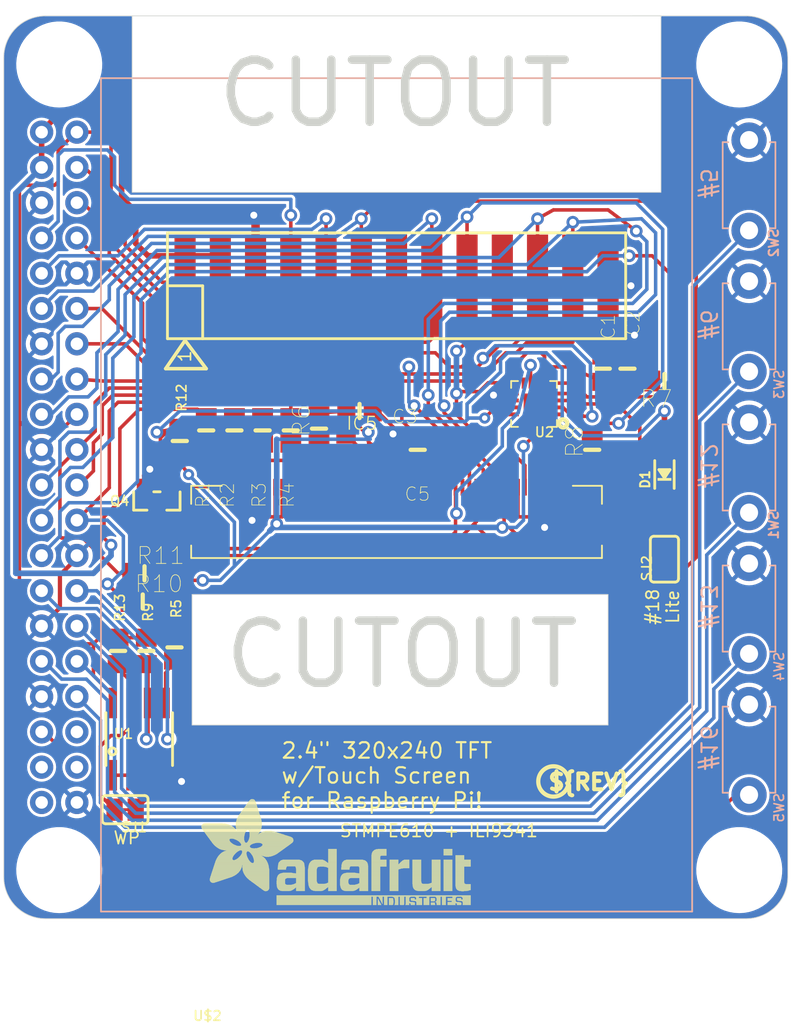
<source format=kicad_pcb>
(kicad_pcb (version 20221018) (generator pcbnew)
  (layers (0 "F.Cu" signal) (1 "In1.Cu" signal) (2 "In2.Cu" signal) (3 "In3.Cu" signal) (4 "In4.Cu" signal) (5 "In5.Cu" signal) (6 "In6.Cu" signal) (7 "In7.Cu" signal) (8 "In8.Cu" signal) (9 "In9.Cu" signal) (10 "In10.Cu" signal) (11 "In11.Cu" signal) (12 "In12.Cu" signal) (13 "In13.Cu" signal) (14 "In14.Cu" signal) (31 "B.Cu" signal) (34 "B.Paste" user) (35 "F.Paste" user) (36 "B.SilkS" user "B.Silkscreen") (37 "F.SilkS" user "F.Silkscreen") (38 "B.Mask" user) (39 "F.Mask" user) (44 "Edge.Cuts" user))
  (net 0 "")
  (net 1 "GND")
  (net 2 "+5V")
  (net 3 "MISO")
  (net 4 "N$9")
  (net 5 "N$2")
  (net 6 "N$3")
  (net 7 "N$4")
  (net 8 "N$10")
  (net 9 "MOSI_3V")
  (net 10 "TFT_DC_3V")
  (net 11 "SCLK_3V")
  (net 12 "TFT_CS_3V")
  (net 13 "TFT_RST")
  (net 14 "XL")
  (net 15 "XR")
  (net 16 "YU")
  (net 17 "YD")
  (net 18 "RT_CS_3V")
  (net 19 "RT_INT")
  (net 20 "3.3V")
  (net 21 "SCLK")
  (net 22 "MOSI")
  (net 23 "SDA")
  (net 24 "SCL")
  (net 25 "GPIO4")
  (net 26 "GPIO17")
  (net 27 "GPIO27")
  (net 28 "GPIO22")
  (net 29 "TXD")
  (net 30 "RXD")
  (net 31 "GPIO18")
  (net 32 "GPIO23")
  (net 33 "LCD_LITE")
  (net 34 "N$5")
  (net 35 "EECLK")
  (net 36 "EEDATA")
  (net 37 "N$16")
  (net 38 "GPIO5")
  (net 39 "GPIO6")
  (net 40 "GPIO12")
  (net 41 "GPIO13")
  (net 42 "GPIO16")
  (net 43 "N$8")
  (net 44 "GPIO19")
  (net 45 "GPIO26")
  (net 46 "GPIO20")
  (net 47 "GPIO21")
  (footprint "working:0805-NO" (layer "F.Cu") (at 150.0811 103.7456 -90)
    (fp_text reference "C5")
    (fp_text value "10uF")
  )
  (footprint "working:0805-NO" (layer "F.Cu") (at 130.2691 114.6676)
    (fp_text reference "R10")
    (fp_text value "22")
  )
  (footprint "working:0805-NO" (layer "F.Cu") (at 130.3961 112.6356)
    (fp_text reference "R11")
    (fp_text value "22")
  )
  (footprint "working:0805-NO" (layer "F.Cu") (at 142.9691 102.2216 90)
    (fp_text reference "R6")
    (fp_text value "10K")
  )
  (footprint "working:QFN16_3MM" (layer "F.Cu") (at 158.4631 100.4436 180)
    (fp_text reference "U2")
    (fp_text value "STMPE610")
  )
  (footprint "working:2X13_SMT_MALE" (layer "F.Cu") (at 148.5571 91.9346)
    (fp_text reference "JP2" hide)
    (fp_text value "CID:2608" hide)
  )
  (footprint "working:0805-NO" (layer "F.Cu") (at 138.9051 102.3486 -90)
    (fp_text reference "R3")
    (fp_text value "100")
  )
  (footprint "working:0805-NO" (layer "F.Cu") (at 167.8611 98.7926 180)
    (fp_text reference "R7")
    (fp_text value "10K")
  )
  (footprint "working:0805-NO" (layer "F.Cu") (at 128.4911 118.2236 90)
    (fp_text reference "R13")
    (fp_text value "3.9K")
  )
  (footprint "working:0805-NO" (layer "F.Cu") (at 132.9361 103.1106 90)
    (fp_text reference "R12")
    (fp_text value "3.9K")
  )
  (footprint "working:SOT23-WIDE" (layer "F.Cu") (at 131.2851 107.4286 180)
    (fp_text reference "Q4")
    (fp_text value "BSS138")
  )
  (footprint "working:SOLDERJUMPER_CLOSEDWIRE" (layer "F.Cu") (at 128.9991 129.6536 180)
    (fp_text reference "SJ1")
    (fp_text value "WP")
  )
  (footprint "working:0805-NO" (layer "F.Cu") (at 134.8411 102.3486 -90)
    (fp_text reference "R1")
    (fp_text value "100")
  )
  (footprint "working:0805-NO" (layer "F.Cu") (at 162.6541 103.7456 90)
    (fp_text reference "R8")
    (fp_text value "DNP")
  )
  (footprint "working:SOT23" (layer "F.Cu") (at 146.0171 103.7456 -90)
    (fp_text reference "IC5")
    (fp_text value "AXP803")
  )
  (footprint "working:PCBFEAT-REV-056" (layer "F.Cu") (at 159.8601 127.6216)
    (fp_text reference "U$9" hide)
    (fp_text value "" hide)
  )
  (footprint "working:SOD-323" (layer "F.Cu") (at 167.8611 105.5236 90)
    (fp_text reference "D1")
    (fp_text value "1n4148")
  )
  (footprint "working:0805-NO" (layer "F.Cu") (at 140.9371 102.3486 -90)
    (fp_text reference "R4")
    (fp_text value "100")
  )
  (footprint "working:SOLDERJUMPER_CLOSEDWIRE" (layer "F.Cu") (at 167.8611 111.6196 90)
    (fp_text reference "SJ2")
    (fp_text value "BACKLITE")
  )
  (footprint "working:ADAFRUIT_TEXT_20MM" (layer "F.Cu") (at 134.3331 136.5116)
    (fp_text reference "U$23" hide)
    (fp_text value "" hide)
  )
  (footprint "working:0805-NO" (layer "F.Cu") (at 136.8731 102.3486 -90)
    (fp_text reference "R2")
    (fp_text value "100")
  )
  (footprint "working:FIDUCIAL_1MM" (layer "F.Cu") (at 127.9831 77.8376 180)
    (fp_text reference "U$10" hide)
    (fp_text value "FIDUCIAL\"\"" hide)
  )
  (footprint "working:0805-NO" (layer "F.Cu") (at 132.5551 117.9696 90)
    (fp_text reference "R5")
    (fp_text value "3.9K")
  )
  (footprint "working:0805-NO" (layer "F.Cu") (at 163.4161 97.9036 90)
    (fp_text reference "C1")
    (fp_text value "10uF")
  )
  (footprint "working:FIDUCIAL_1MM" (layer "F.Cu") (at 169.3851 133.9716 -90)
    (fp_text reference "U$11" hide)
    (fp_text value "FIDUCIAL\"\"" hide)
  )
  (footprint "working:SOIC8_150MIL" (layer "F.Cu") (at 130.0151 124.5736)
    (fp_text reference "U1")
    (fp_text value "CAT24C32")
  )
  (footprint "working:FIDUCIAL_1MM" (layer "F.Cu") (at 169.7661 78.5996 90)
    (fp_text reference "U$18" hide)
    (fp_text value "FIDUCIAL\"\"" hide)
  )
  (footprint "working:0805-NO" (layer "F.Cu") (at 145.8901 100.9516)
    (fp_text reference "C3")
    (fp_text value "0.1uF")
  )
  (footprint "working:0805-NO" (layer "F.Cu") (at 130.5231 118.2236 90)
    (fp_text reference "R9")
    (fp_text value "3.9K")
  )
  (footprint "working:0805-NO" (layer "F.Cu") (at 165.1941 97.9036 90)
    (fp_text reference "C2")
    (fp_text value "0.1uF")
  )
  (footprint "working:TACT_PANA-EVQ" (layer "B.Cu") (at 173.9571 94.8556 90)
    (fp_text reference "SW3")
    (fp_text value "")
  )
  (footprint "working:PI_HAT_NOSLOTS" (layer "B.Cu") (at 176.7511 72.5036 -90)
    (fp_text reference "RPI1" hide)
    (fp_text value "RASPBERRYPI_BPLUS_HATNOSLOTS" hide)
    (fp_line (start 0 53.5) (end 0 3) (stroke (width 0.05)) (layer "Edge.Cuts"))
    (fp_line (start 3 0) (end 62 0) (stroke (width 0.05)) (layer "Edge.Cuts"))
    (fp_line (start 62 56.5) (end 3 56.5) (stroke (width 0.05)) (layer "Edge.Cuts"))
    (fp_line (start 65 3) (end 65 53.5) (stroke (width 0.05)) (layer "Edge.Cuts"))
    (fp_arc (start 0 3) (mid 0.87868 0.87868) (end 3 0) (stroke (width 0.05)) (layer "Edge.Cuts"))
    (fp_arc (start 3 56.5) (mid 0.87868 55.62132) (end 0 53.5) (stroke (width 0.05)) (layer "Edge.Cuts"))
    (fp_arc (start 62 0) (mid 64.12132 0.87868) (end 65 3) (stroke (width 0.05)) (layer "Edge.Cuts"))
    (fp_arc (start 65 53.5) (mid 64.12132 55.62132) (end 62 56.5) (stroke (width 0.05)) (layer "Edge.Cuts"))
  )
  (footprint "working:TACT_PANA-EVQ" (layer "B.Cu") (at 173.9571 125.3356 90)
    (fp_text reference "SW5")
    (fp_text value "")
  )
  (footprint "working:TACT_PANA-EVQ" (layer "B.Cu") (at 173.9571 115.1756 90)
    (fp_text reference "SW4")
    (fp_text value "")
  )
  (footprint "working:TFT_2.4IN_240X320_50PIN" (layer "B.Cu") (at 148.5571 134.9876 180)
    (fp_text reference "U$2")
    (fp_text value "DISP_LCD_240X320_50PIN-2.4IN")
  )
  (footprint "working:TACT_PANA-EVQ" (layer "B.Cu") (at 173.9571 105.0156 90)
    (fp_text reference "SW1")
    (fp_text value "")
  )
  (footprint "working:TACT_PANA-EVQ" (layer "B.Cu") (at 173.9571 84.6956 90)
    (fp_text reference "SW2")
    (fp_text value "")
  )
  (gr_line (start 134.8411 97.9036) (end 133.3171 95.8716) (stroke (width 0.254)) (layer "F.SilkS"))
  (gr_line (start 133.3171 95.8716) (end 131.9201 97.9036) (stroke (width 0.254)) (layer "F.SilkS"))
  (gr_line (start 131.9201 97.9036) (end 134.8411 97.9036) (stroke (width 0.254)) (layer "F.SilkS"))
  (gr_line (start 133.8251 114.1596) (end 133.8251 123.5576) (stroke (width 0.05)) (layer "Edge.Cuts"))
  (gr_line (start 167.6071 72.5036) (end 165.5751 72.5036) (stroke (width 0.05)) (layer "Edge.Cuts"))
  (gr_line (start 129.5071 72.5036) (end 129.5071 85.2036) (stroke (width 0.05)) (layer "Edge.Cuts"))
  (gr_line (start 129.5071 85.2036) (end 167.6071 85.2036) (stroke (width 0.05)) (layer "Edge.Cuts"))
  (gr_line (start 133.8251 123.5576) (end 163.7971 123.5576) (stroke (width 0.05)) (layer "Edge.Cuts"))
  (gr_line (start 167.6071 85.2036) (end 167.6071 72.5036) (stroke (width 0.05)) (layer "Edge.Cuts"))
  (gr_line (start 163.7971 114.1596) (end 133.8251 114.1596) (stroke (width 0.05)) (layer "Edge.Cuts"))
  (gr_line (start 163.7971 123.5576) (end 163.7971 114.1596) (stroke (width 0.05)) (layer "Edge.Cuts"))
  (gr_text "#5" (at 171.0361 84.5686 -90) (layer "B.SilkS") (effects (font (size 1.1176 1.1176) (thickness 0.1524)) (justify mirror)))
  (gr_text "#13" (at 171.0361 115.0486 -90) (layer "B.SilkS") (effects (font (size 1.1176 1.1176) (thickness 0.1524)) (justify mirror)))
  (gr_text "#12" (at 171.0361 104.8886 -90) (layer "B.SilkS") (effects (font (size 1.1176 1.1176) (thickness 0.1524)) (justify mirror)))
  (gr_text "#16" (at 171.0361 125.2086 -90) (layer "B.SilkS") (effects (font (size 1.1176 1.1176) (thickness 0.1524)) (justify mirror)))
  (gr_text "#6" (at 171.0361 94.7286 -90) (layer "B.SilkS") (effects (font (size 1.1176 1.1176) (thickness 0.1524)) (justify mirror)))
  (gr_text "2.4\" 320x240 TFT\nw/Touch Screen\nfor Raspberry Pi!" (at 140.1751 129.6536) (layer "F.SilkS") (effects (font (size 1.1176 1.1176) (thickness 0.1524)) (justify left bottom)))
  (gr_text "#18\nLite" (at 167.7341 115.0486 90) (layer "F.SilkS") (effects (font (size 0.89408 0.89408) (thickness 0.12192))))
  (gr_text "1" (at 133.8251 97.5226 90) (layer "F.SilkS") (effects (font (size 0.89408 0.89408) (thickness 0.12192)) (justify left bottom)))
  (gr_text "WP" (at 129.1261 131.6856) (layer "F.SilkS") (effects (font (size 0.89408 0.89408) (thickness 0.12192))))
  (gr_text "STMPE610 + ILI9341" (at 151.6051 131.1776) (layer "F.SilkS") (effects (font (size 0.89408 0.89408) (thickness 0.12192))))
  (gr_text "CUTOUT" (at 148.4301 78.0916) (layer "Edge.Cuts") (effects (font (size 4.4704 4.4704) (thickness 0.6096))))
  (gr_text "CUTOUT" (at 148.9381 118.4776) (layer "Edge.Cuts") (effects (font (size 4.4704 4.4704) (thickness 0.6096))))
  (segment (start 124.3001 112.7626) (end 125.5211 111.5416) (width 0.3048) (layer "F.Cu") (net 1))
  (segment (start 156.1771 89.7756) (end 156.1771 91.6806) (width 0.4064) (layer "F.Cu") (net 1))
  (segment (start 143.4771 92.4426) (end 143.4771 94.0936) (width 0.4064) (layer "F.Cu") (net 1))
  (segment (start 159.8071 106.4366) (end 159.8071 108.5716) (width 0.254) (layer "F.Cu") (net 1))
  (segment (start 146.0171 104.6346) (end 146.2711 104.8886) (width 0.254) (layer "F.Cu") (net 1))
  (segment (start 146.0171 103.7456) (end 146.0171 104.6346) (width 0.254) (layer "F.Cu") (net 1))
  (segment (start 130.3351 105.5846) (end 130.7771 105.1426) (width 0.254) (layer "F.Cu") (net 1))
  (segment (start 125.5211 111.5416) (end 125.5211 111.3536) (width 0.3048) (layer "F.Cu") (net 1))
  (segment (start 130.6501 128.7646) (end 130.6501 127.1736) (width 0.254) (layer "F.Cu") (net 1))
  (segment (start 156.9631 100.1936) (end 155.9271 100.1936) (width 0.254) (layer "F.Cu") (net 1))
  (segment (start 138.3971 89.7756) (end 138.3971 91.4266) (width 0.4064) (layer "F.Cu") (net 1))
  (segment (start 128.1101 127.1736) (end 129.3801 127.1736) (width 0.254) (layer "F.Cu") (net 1))
  (segment (start 130.6501 127.1736) (end 131.9201 127.1736) (width 0.254) (layer "F.Cu") (net 1))
  (segment (start 129.7611 129.6536) (end 130.6501 128.7646) (width 0.254) (layer "F.Cu") (net 1))
  (segment (start 165.2601 95.9376) (end 165.7021 95.4906) (width 0.254) (layer "F.Cu") (net 1))
  (segment (start 155.9231 91.9346) (end 148.0491 91.9346) (width 0.4064) (layer "F.Cu") (net 1))
  (segment (start 129.3801 127.1736) (end 130.6501 127.1736) (width 0.254) (layer "F.Cu") (net 1))
  (segment (start 148.5571 91.4266) (end 148.0491 91.9346) (width 0.4064) (layer "F.Cu") (net 1))
  (segment (start 159.2251 108.5716) (end 159.2251 109.3336) (width 0.254) (layer "F.Cu") (net 1))
  (segment (start 163.7971 94.0936) (end 164.1781 94.4746) (width 0.254) (layer "F.Cu") (net 1))
  (segment (start 130.3351 106.4286) (end 130.3351 105.5846) (width 0.254) (layer "F.Cu") (net 1))
  (segment (start 146.2711 104.8886) (end 149.1261 104.8886) (width 0.254) (layer "F.Cu") (net 1))
  (segment (start 138.3971 86.9816) (end 138.2701 86.8546) (width 0.6096) (layer "F.Cu") (net 1))
  (segment (start 148.8111 103.8066) (end 148.8111 102.6026) (width 0.254) (layer "F.Cu") (net 1))
  (segment (start 163.7971 92.1886) (end 163.7971 94.0936) (width 0.4064) (layer "F.Cu") (net 1))
  (segment (start 160.8071 108.5716) (end 160.8071 106.4366) (width 0.254) (layer "F.Cu") (net 1))
  (segment (start 160.3071 106.4366) (end 160.3071 108.5716) (width 0.254) (layer "F.Cu") (net 1))
  (segment (start 124.3001 115.1146) (end 124.3001 112.7626) (width 0.3048) (layer "F.Cu") (net 1))
  (segment (start 163.2891 91.9346) (end 155.9231 91.9346) (width 0.4064) (layer "F.Cu") (net 1))
  (segment (start 163.2891 91.9346) (end 165.4481 91.9346) (width 0.4064) (layer "F.Cu") (net 1))
  (segment (start 157.3071 106.4366) (end 157.3071 108.5716) (width 0.254) (layer "F.Cu") (net 1))
  (segment (start 144.9171 102.7956) (end 145.0671 102.7956) (width 0.254) (layer "F.Cu") (net 1))
  (segment (start 148.8111 102.6026) (end 148.5571 102.3486) (width 0.254) (layer "F.Cu") (net 1))
  (segment (start 138.8071 108.1616) (end 138.1431 108.8256) (width 0.254) (layer "F.Cu") (net 1))
  (segment (start 146.8401 100.9516) (end 146.8401 101.3936) (width 0.254) (layer "F.Cu") (net 1))
  (segment (start 163.7971 92.1886) (end 163.5431 91.9346) (width 0.4064) (layer "F.Cu") (net 1))
  (segment (start 159.8071 108.5716) (end 160.3071 108.5716) (width 0.254) (layer "F.Cu") (net 1))
  (segment (start 148.3031 102.6026) (end 148.5571 102.3486) (width 0.254) (layer "F.Cu") (net 1))
  (segment (start 131.9201 127.1736) (end 131.9201 127.4946) (width 0.254) (layer "F.Cu") (net 1))
  (segment (start 148.5571 102.3486) (end 147.2871 101.0786) (width 0.254) (layer "F.Cu") (net 1))
  (segment (start 148.5571 89.7756) (end 148.5571 91.4266) (width 0.4064) (layer "F.Cu") (net 1))
  (segment (start 138.8071 106.4366) (end 138.8071 108.1616) (width 0.254) (layer "F.Cu") (net 1))
  (segment (start 164.1781 94.4746) (end 165.1941 96.9536) (width 0.254) (layer "F.Cu") (net 1))
  (segment (start 156.1771 91.6806) (end 155.9231 91.9346) (width 0.4064) (layer "F.Cu") (net 1))
  (segment (start 149.1261 104.8886) (end 150.0811 104.6956) (width 0.254) (layer "F.Cu") (net 1))
  (segment (start 157.3071 108.5716) (end 159.2251 108.5716) (width 0.254) (layer "F.Cu") (net 1))
  (segment (start 132.9361 127.4946) (end 133.0631 127.6216) (width 0.254) (layer "F.Cu") (net 1))
  (segment (start 163.5431 91.9346) (end 163.2891 91.9346) (width 0.254) (layer "F.Cu") (net 1))
  (segment (start 138.3971 91.4266) (end 138.9051 91.9346) (width 0.4064) (layer "F.Cu") (net 1))
  (segment (start 165.1941 96.9536) (end 165.2601 95.9376) (width 0.254) (layer "F.Cu") (net 1))
  (segment (start 138.9051 91.9346) (end 142.9691 91.9346) (width 0.4064) (layer "F.Cu") (net 1))
  (segment (start 122.9811 116.4336) (end 124.3001 115.1146) (width 0.3048) (layer "F.Cu") (net 1))
  (segment (start 145.0671 102.7956) (end 146.0171 103.7456) (width 0.254) (layer "F.Cu") (net 1))
  (segment (start 147.2871 101.0786) (end 146.8401 100.9516) (width 0.254) (layer "F.Cu") (net 1))
  (segment (start 160.3071 108.5716) (end 160.8071 108.5716) (width 0.254) (layer "F.Cu") (net 1))
  (segment (start 138.3971 89.7756) (end 138.3971 86.9816) (width 0.6096) (layer "F.Cu") (net 1))
  (segment (start 159.2251 108.5716) (end 159.8071 108.5716) (width 0.254) (layer "F.Cu") (net 1))
  (segment (start 165.1941 96.9536) (end 163.4161 96.9536) (width 0.254) (layer "F.Cu") (net 1))
  (segment (start 131.9201 127.4946) (end 132.9361 127.4946) (width 0.254) (layer "F.Cu") (net 1))
  (segment (start 142.9691 91.9346) (end 143.4771 92.4426) (width 0.4064) (layer "F.Cu") (net 1))
  (segment (start 155.9271 100.1936) (end 155.5421 99.8086) (width 0.254) (layer "F.Cu") (net 1))
  (segment (start 148.8111 103.8066) (end 150.0811 104.6956) (width 0.254) (layer "F.Cu") (net 1))
  (segment (start 148.0491 91.9346) (end 142.9691 91.9346) (width 0.4064) (layer "F.Cu") (net 1))
  (via (at 159.2251 109.3336) (size 0.909318) (drill 0.502918) (layers "F.Cu" "B.Cu") (net 1))
  (via (at 138.1431 108.8256) (size 0.909318) (drill 0.502918) (layers "F.Cu" "B.Cu") (net 1))
  (via (at 130.7771 105.1426) (size 0.909318) (drill 0.502918) (layers "F.Cu" "B.Cu") (net 1))
  (via (at 133.0631 127.6216) (size 0.909318) (drill 0.502918) (layers "F.Cu" "B.Cu") (net 1))
  (via (at 138.2701 86.8546) (size 0.909318) (drill 0.502918) (layers "F.Cu" "B.Cu") (net 1))
  (via (at 165.7021 95.4906) (size 0.909318) (drill 0.502918) (layers "F.Cu" "B.Cu") (net 1))
  (via (at 148.3031 102.6026) (size 0.909318) (drill 0.502918) (layers "F.Cu" "B.Cu") (net 1))
  (via (at 165.4481 91.9346) (size 0.909318) (drill 0.502918) (layers "F.Cu" "B.Cu") (net 1))
  (via (at 155.5421 99.8086) (size 0.909318) (drill 0.502918) (layers "F.Cu" "B.Cu") (net 1))
  (segment (start 165.4481 91.9346) (end 165.8291 91.9346) (width 0.4064) (layer "B.Cu") (net 1))
  (segment (start 138.1431 108.8256) (end 137.8891 108.5716) (width 0.254) (layer "B.Cu") (net 1))
  (segment (start 148.5571 100.1896) (end 148.3031 100.3166) (width 0.254) (layer "B.Cu") (net 1))
  (segment (start 159.2251 109.3336) (end 159.2251 109.5876) (width 0.254) (layer "B.Cu") (net 1))
  (segment (start 148.3031 100.3166) (end 148.5571 100.5706) (width 0.254) (layer "B.Cu") (net 1))
  (segment (start 138.9051 101.3986) (end 140.9371 101.3986) (width 0.254) (layer "F.Cu") (net 2))
  (segment (start 128.6181 102.2216) (end 130.0151 100.8246) (width 0.254) (layer "F.Cu") (net 2))
  (segment (start 127.9831 110.6036) (end 127.4751 110.0956) (width 0.254) (layer "F.Cu") (net 2))
  (segment (start 127.2211 79.6156) (end 124.1731 79.6156) (width 0.4064) (layer "F.Cu") (net 2))
  (segment (start 128.7451 81.1396) (end 127.2211 79.6156) (width 0.4064) (layer "F.Cu") (net 2))
  (segment (start 134.8411 101.8406) (end 134.8411 101.3986) (width 0.254) (layer "F.Cu") (net 2))
  (segment (start 134.2061 100.8246) (end 134.7801 101.3986) (width 0.254) (layer "F.Cu") (net 2))
  (segment (start 134.4601 101.4596) (end 134.8411 101.8406) (width 0.254) (layer "F.Cu") (net 2))
  (segment (start 122.9811 80.8736) (end 122.9811 83.4136) (width 0.4064) (layer "F.Cu") (net 2))
  (segment (start 148.4301 99.4276) (end 148.9381 99.9356) (width 0.254) (layer "F.Cu") (net 2))
  (segment (start 148.9381 99.9356) (end 148.9381 101.6526) (width 0.254) (layer "F.Cu") (net 2))
  (segment (start 129.7611 88.8866) (end 130.6501 89.7756) (width 0.4064) (layer "F.Cu") (net 2))
  (segment (start 127.4751 110.0956) (end 127.4751 108.5716) (width 0.254) (layer "F.Cu") (net 2))
  (segment (start 129.7611 86.6006) (end 129.7611 88.8866) (width 0.4064) (layer "F.Cu") (net 2))
  (segment (start 141.4451 100.0626) (end 142.3341 100.0626) (width 0.254) (layer "F.Cu") (net 2))
  (segment (start 136.8731 101.3986) (end 138.9051 101.3986) (width 0.254) (layer "F.Cu") (net 2))
  (segment (start 130.0151 100.8246) (end 134.2061 100.8246) (width 0.254) (layer "F.Cu") (net 2))
  (segment (start 142.9691 99.4276) (end 148.4301 99.4276) (width 0.254) (layer "F.Cu") (net 2))
  (segment (start 140.9371 100.5706) (end 141.4451 100.0626) (width 0.254) (layer "F.Cu") (net 2))
  (segment (start 140.9371 101.3986) (end 140.9371 100.5706) (width 0.254) (layer "F.Cu") (net 2))
  (segment (start 135.8571 89.7756) (end 133.3171 89.7756) (width 0.4064) (layer "F.Cu") (net 2))
  (segment (start 134.8411 101.3986) (end 136.8731 101.3986) (width 0.254) (layer "F.Cu") (net 2))
  (segment (start 122.9811 80.8076) (end 122.9811 80.8736) (width 0.4064) (layer "F.Cu") (net 2))
  (segment (start 130.6501 89.7756) (end 133.3171 89.7756) (width 0.4064) (layer "F.Cu") (net 2))
  (segment (start 127.4751 108.5716) (end 128.6181 107.4286) (width 0.254) (layer "F.Cu") (net 2))
  (segment (start 124.1731 79.6156) (end 122.9811 80.8076) (width 0.4064) (layer "F.Cu") (net 2))
  (segment (start 139.0981 101.0786) (end 138.9051 101.3986) (width 0.254) (layer "F.Cu") (net 2))
  (segment (start 142.3341 100.0626) (end 142.9691 99.4276) (width 0.254) (layer "F.Cu") (net 2))
  (segment (start 128.7451 85.5846) (end 129.7611 86.6006) (width 0.4064) (layer "F.Cu") (net 2))
  (segment (start 128.7451 81.1396) (end 128.7451 85.5846) (width 0.4064) (layer "F.Cu") (net 2))
  (segment (start 148.9381 101.6526) (end 150.0811 102.7956) (width 0.254) (layer "F.Cu") (net 2))
  (segment (start 134.7801 101.3986) (end 134.8411 101.3986) (width 0.254) (layer "F.Cu") (net 2))
  (segment (start 128.6181 107.4286) (end 128.6181 102.2216) (width 0.254) (layer "F.Cu") (net 2))
  (via (at 127.9831 110.6036) (size 0.909318) (drill 0.502918) (layers "F.Cu" "B.Cu") (net 2))
  (segment (start 122.9811 83.4136) (end 121.1251 85.2696) (width 0.4064) (layer "B.Cu") (net 2))
  (segment (start 121.1251 85.2696) (end 121.1251 112.6356) (width 0.4064) (layer "B.Cu") (net 2))
  (segment (start 127.9831 111.3656) (end 127.9831 110.6036) (width 0.4064) (layer "B.Cu") (net 2))
  (segment (start 126.7131 112.6356) (end 127.9831 111.3656) (width 0.4064) (layer "B.Cu") (net 2))
  (segment (start 121.1251 112.6356) (end 126.7131 112.6356) (width 0.4064) (layer "B.Cu") (net 2))
  (segment (start 156.9391 96.2526) (end 158.7171 94.4746) (width 0.254) (layer "F.Cu") (net 3))
  (segment (start 138.3971 99.8086) (end 139.4131 98.7926) (width 0.254) (layer "F.Cu") (net 3))
  (segment (start 127.3481 102.6026) (end 126.7131 103.2376) (width 0.254) (layer "F.Cu") (net 3))
  (segment (start 160.8801 100.1936) (end 162.0191 101.3326) (width 0.254) (layer "F.Cu") (net 3))
  (segment (start 159.9631 100.1936) (end 160.8801 100.1936) (width 0.254) (layer "F.Cu") (net 3))
  (segment (start 141.9531 98.7926) (end 142.4611 98.2846) (width 0.254) (layer "F.Cu") (net 3))
  (segment (start 162.0191 101.3326) (end 162.6541 101.3326) (width 0.254) (layer "F.Cu") (net 3))
  (segment (start 125.7091 106.2736) (end 125.5211 106.2736) (width 0.254) (layer "F.Cu") (net 3))
  (segment (start 152.3071 106.4366) (end 152.3071 102.9836) (width 0.254) (layer "F.Cu") (net 3))
  (segment (start 142.4611 98.2846) (end 149.4461 98.2846) (width 0.254) (layer "F.Cu") (net 3))
  (segment (start 126.7131 103.2376) (end 126.7131 105.2696) (width 0.254) (layer "F.Cu") (net 3))
  (segment (start 149.4461 98.2846) (end 153.8911 98.2846) (width 0.254) (layer "F.Cu") (net 3))
  (segment (start 127.3481 100.5706) (end 128.1101 99.8086) (width 0.254) (layer "F.Cu") (net 3))
  (segment (start 155.0341 97.1416) (end 154.7801 97.1416) (width 0.254) (layer "F.Cu") (net 3))
  (segment (start 139.4131 98.7926) (end 141.9531 98.7926) (width 0.254) (layer "F.Cu") (net 3))
  (segment (start 153.8911 98.2846) (end 155.0341 97.1416) (width 0.254) (layer "F.Cu") (net 3))
  (segment (start 155.9231 96.2526) (end 156.9391 96.2526) (width 0.254) (layer "F.Cu") (net 3))
  (segment (start 126.7131 105.2696) (end 125.7091 106.2736) (width 0.254) (layer "F.Cu") (net 3))
  (segment (start 149.4461 98.2846) (end 149.4461 97.7766) (width 0.254) (layer "F.Cu") (net 3))
  (segment (start 149.8271 100.5706) (end 152.3071 102.9836) (width 0.254) (layer "F.Cu") (net 3))
  (segment (start 158.7171 94.7286) (end 158.7171 94.0936) (width 0.254) (layer "F.Cu") (net 3))
  (segment (start 128.1101 99.8086) (end 138.3971 99.8086) (width 0.254) (layer "F.Cu") (net 3))
  (segment (start 127.3481 100.5706) (end 127.3481 102.6026) (width 0.254) (layer "F.Cu") (net 3))
  (segment (start 158.7171 94.4746) (end 158.7171 94.0936) (width 0.254) (layer "F.Cu") (net 3))
  (segment (start 155.9231 96.2526) (end 155.0341 97.1416) (width 0.254) (layer "F.Cu") (net 3))
  (via (at 162.6541 101.3326) (size 0.909318) (drill 0.502918) (layers "F.Cu" "B.Cu") (net 3))
  (via (at 149.8271 100.5706) (size 0.909318) (drill 0.502918) (layers "F.Cu" "B.Cu") (net 3))
  (via (at 154.7801 97.1416) (size 0.909318) (drill 0.502918) (layers "F.Cu" "B.Cu") (net 3))
  (via (at 149.4461 97.7766) (size 0.909318) (drill 0.502918) (layers "F.Cu" "B.Cu") (net 3))
  (segment (start 161.2571 96.2526) (end 162.5271 97.5226) (width 0.254) (layer "B.Cu") (net 3))
  (segment (start 155.6691 96.2526) (end 161.2571 96.2526) (width 0.254) (layer "B.Cu") (net 3))
  (segment (start 149.4461 100.3166) (end 149.8271 100.5706) (width 0.254) (layer "B.Cu") (net 3))
  (segment (start 162.5271 97.5226) (end 162.5271 100.1896) (width 0.254) (layer "B.Cu") (net 3))
  (segment (start 162.6541 101.3326) (end 162.5271 100.1896) (width 0.254) (layer "B.Cu") (net 3))
  (segment (start 149.4461 97.7766) (end 149.4461 100.3166) (width 0.254) (layer "B.Cu") (net 3))
  (segment (start 154.7801 97.1416) (end 155.6691 96.2526) (width 0.254) (layer "B.Cu") (net 3))
  (segment (start 149.3071 106.4366) (end 149.3071 108.5716) (width 0.254) (layer "F.Cu") (net 4))
  (segment (start 149.3071 108.5716) (end 149.8071 108.5716) (width 0.254) (layer "F.Cu") (net 4))
  (segment (start 150.3071 108.5716) (end 150.8071 108.5716) (width 0.254) (layer "F.Cu") (net 4))
  (segment (start 144.8071 106.4366) (end 144.8071 108.5716) (width 0.254) (layer "F.Cu") (net 4))
  (segment (start 143.3071 108.5716) (end 143.8071 108.5716) (width 0.254) (layer "F.Cu") (net 4))
  (segment (start 147.8071 108.5716) (end 148.3071 108.5716) (width 0.254) (layer "F.Cu") (net 4))
  (segment (start 148.8071 106.4366) (end 148.8071 108.5716) (width 0.254) (layer "F.Cu") (net 4))
  (segment (start 145.3071 106.4366) (end 145.3071 108.5716) (width 0.254) (layer "F.Cu") (net 4))
  (segment (start 150.8071 106.4366) (end 150.8071 108.5716) (width 0.254) (layer "F.Cu") (net 4))
  (segment (start 144.3071 108.5716) (end 144.8071 108.5716) (width 0.254) (layer "F.Cu") (net 4))
  (segment (start 147.3071 108.5716) (end 147.8071 108.5716) (width 0.254) (layer "F.Cu") (net 4))
  (segment (start 150.3071 106.4366) (end 150.3071 108.5716) (width 0.254) (layer "F.Cu") (net 4))
  (segment (start 148.8071 108.5716) (end 149.3071 108.5716) (width 0.254) (layer "F.Cu") (net 4))
  (segment (start 145.3071 108.5716) (end 145.8071 108.5716) (width 0.254) (layer "F.Cu") (net 4))
  (segment (start 144.8071 108.5716) (end 145.3071 108.5716) (width 0.254) (layer "F.Cu") (net 4))
  (segment (start 146.8071 106.4366) (end 146.8071 108.5716) (width 0.254) (layer "F.Cu") (net 4))
  (segment (start 146.3071 106.4366) (end 146.3071 108.5716) (width 0.254) (layer "F.Cu") (net 4))
  (segment (start 148.3071 106.4366) (end 148.3071 108.5716) (width 0.254) (layer "F.Cu") (net 4))
  (segment (start 151.3071 108.5716) (end 151.8071 108.5716) (width 0.254) (layer "F.Cu") (net 4))
  (segment (start 143.8071 106.4366) (end 143.8071 108.5716) (width 0.254) (layer "F.Cu") (net 4))
  (segment (start 145.8071 106.4366) (end 145.8071 108.5716) (width 0.254) (layer "F.Cu") (net 4))
  (segment (start 151.8071 108.5716) (end 151.8071 106.4366) (width 0.254) (layer "F.Cu") (net 4))
  (segment (start 146.8071 108.5716) (end 147.3071 108.5716) (width 0.254) (layer "F.Cu") (net 4))
  (segment (start 149.8071 106.4366) (end 149.8071 108.5716) (width 0.254) (layer "F.Cu") (net 4))
  (segment (start 147.3071 106.4366) (end 147.3071 108.5716) (width 0.254) (layer "F.Cu") (net 4))
  (segment (start 148.3071 108.5716) (end 148.8071 108.5716) (width 0.254) (layer "F.Cu") (net 4))
  (segment (start 149.8071 108.5716) (end 150.3071 108.5716) (width 0.254) (layer "F.Cu") (net 4))
  (segment (start 147.8071 106.4366) (end 147.8071 108.5716) (width 0.254) (layer "F.Cu") (net 4))
  (segment (start 144.3071 106.4366) (end 144.3071 108.5716) (width 0.254) (layer "F.Cu") (net 4))
  (segment (start 150.8071 108.5716) (end 151.3071 108.5716) (width 0.254) (layer "F.Cu") (net 4))
  (segment (start 146.3071 108.5716) (end 146.8071 108.5716) (width 0.254) (layer "F.Cu") (net 4))
  (segment (start 151.3071 106.4366) (end 151.3071 108.5716) (width 0.254) (layer "F.Cu") (net 4))
  (segment (start 143.8071 108.5716) (end 144.3071 108.5716) (width 0.254) (layer "F.Cu") (net 4))
  (segment (start 146.3071 108.5716) (end 145.8071 108.5716) (width 0.254) (layer "F.Cu") (net 4))
  (segment (start 143.3071 106.4366) (end 143.3071 108.5716) (width 0.254) (layer "F.Cu") (net 4))
  (segment (start 136.8071 104.9496) (end 136.3651 104.5076) (width 0.254) (layer "F.Cu") (net 5))
  (segment (start 136.3651 104.5076) (end 135.3491 104.5076) (width 0.254) (layer "F.Cu") (net 5))
  (segment (start 136.8071 106.4366) (end 136.8071 104.9496) (width 0.254) (layer "F.Cu") (net 5))
  (segment (start 134.8411 103.9996) (end 134.8411 103.2986) (width 0.254) (layer "F.Cu") (net 5))
  (segment (start 135.3491 104.5076) (end 134.8411 103.9996) (width 0.254) (layer "F.Cu") (net 5))
  (segment (start 137.3071 106.4366) (end 137.3071 104.5606) (width 0.254) (layer "F.Cu") (net 6))
  (segment (start 136.8731 104.1266) (end 136.8731 103.2986) (width 0.254) (layer "F.Cu") (net 6))
  (segment (start 137.3071 104.5606) (end 136.8731 104.1266) (width 0.254) (layer "F.Cu") (net 6))
  (segment (start 137.8071 106.4366) (end 137.8071 104.7166) (width 0.254) (layer "F.Cu") (net 7))
  (segment (start 137.8071 104.7166) (end 138.9051 103.6186) (width 0.254) (layer "F.Cu") (net 7))
  (segment (start 138.9051 103.6186) (end 138.9051 103.2986) (width 0.254) (layer "F.Cu") (net 7))
  (segment (start 140.9371 103.9996) (end 140.9371 103.2986) (width 0.254) (layer "F.Cu") (net 8))
  (segment (start 138.3071 105.3596) (end 139.1591 104.5076) (width 0.254) (layer "F.Cu") (net 8))
  (segment (start 139.1591 104.5076) (end 140.4291 104.5076) (width 0.254) (layer "F.Cu") (net 8))
  (segment (start 138.3071 106.4366) (end 138.3071 105.3596) (width 0.254) (layer "F.Cu") (net 8))
  (segment (start 140.4291 104.5076) (end 140.9371 103.9996) (width 0.254) (layer "F.Cu") (net 8))
  (segment (start 125.5211 103.7336) (end 126.8401 102.4146) (width 0.254) (layer "F.Cu") (net 9))
  (segment (start 125.9511 110.0956) (end 128.4911 112.6356) (width 0.254) (layer "F.Cu") (net 9))
  (segment (start 139.1591 98.2846) (end 141.6991 98.2846) (width 0.254) (layer "F.Cu") (net 9))
  (segment (start 148.6841 96.7606) (end 151.3511 96.7606) (width 0.254) (layer "F.Cu") (net 9))
  (segment (start 148.3031 97.1416) (end 148.6841 96.7606) (width 0.254) (layer "F.Cu") (net 9))
  (segment (start 125.5211 103.7336) (end 124.3001 104.9546) (width 0.254) (layer "F.Cu") (net 9))
  (segment (start 153.2561 97.7766) (end 153.7641 97.2686) (width 0.254) (layer "F.Cu") (net 9))
  (segment (start 151.3511 96.7606) (end 152.3671 97.7766) (width 0.254) (layer "F.Cu") (net 9))
  (segment (start 147.0331 97.1416) (end 148.3031 97.1416) (width 0.254) (layer "F.Cu") (net 9))
  (segment (start 138.1431 99.3006) (end 139.1591 98.2846) (width 0.254) (layer "F.Cu") (net 9))
  (segment (start 154.2721 96.1256) (end 155.0341 96.1256) (width 0.254) (layer "F.Cu") (net 9))
  (segment (start 153.7641 97.2686) (end 153.7641 96.6336) (width 0.254) (layer "F.Cu") (net 9))
  (segment (start 128.4911 112.6356) (end 129.4461 112.6356) (width 0.254) (layer "F.Cu") (net 9))
  (segment (start 126.8401 102.4146) (end 126.8401 100.3166) (width 0.254) (layer "F.Cu") (net 9))
  (segment (start 127.8561 99.3006) (end 138.1431 99.3006) (width 0.254) (layer "F.Cu") (net 9))
  (segment (start 152.3671 97.7766) (end 153.2561 97.7766) (width 0.254) (layer "F.Cu") (net 9))
  (segment (start 127.8561 99.3006) (end 126.8401 100.3166) (width 0.254) (layer "F.Cu") (net 9))
  (segment (start 156.1771 95.2366) (end 156.1771 94.9826) (width 0.254) (layer "F.Cu") (net 9))
  (segment (start 146.3981 97.7766) (end 147.0331 97.1416) (width 0.254) (layer "F.Cu") (net 9))
  (segment (start 124.3001 104.9546) (end 124.3001 109.9686) (width 0.254) (layer "F.Cu") (net 9))
  (segment (start 155.0341 96.1256) (end 156.1771 94.9826) (width 0.254) (layer "F.Cu") (net 9))
  (segment (start 153.7641 96.6336) (end 154.2721 96.1256) (width 0.254) (layer "F.Cu") (net 9))
  (segment (start 141.6991 98.2846) (end 142.2071 97.7766) (width 0.254) (layer "F.Cu") (net 9))
  (segment (start 124.3001 109.9686) (end 124.4271 110.0956) (width 0.254) (layer "F.Cu") (net 9))
  (segment (start 124.4271 110.0956) (end 125.9511 110.0956) (width 0.254) (layer "F.Cu") (net 9))
  (segment (start 156.1771 94.9826) (end 156.1771 94.0936) (width 0.254) (layer "F.Cu") (net 9))
  (segment (start 142.2071 97.7766) (end 146.3981 97.7766) (width 0.254) (layer "F.Cu") (net 9))
  (segment (start 159.8601 86.4736) (end 158.7171 87.1086) (width 0.254) (layer "F.Cu") (net 10))
  (segment (start 152.8751 103.9996) (end 152.8751 102.7296) (width 0.254) (layer "F.Cu") (net 10))
  (segment (start 153.8071 104.9316) (end 152.8751 103.9996) (width 0.254) (layer "F.Cu") (net 10))
  (segment (start 150.8431 100.6976) (end 150.8431 99.8086) (width 0.254) (layer "F.Cu") (net 10))
  (segment (start 165.8291 87.9976) (end 163.7971 86.4736) (width 0.254) (layer "F.Cu") (net 10))
  (segment (start 158.7171 87.1086) (end 158.7171 89.7756) (width 0.254) (layer "F.Cu") (net 10))
  (segment (start 153.8071 106.4366) (end 153.8071 104.9316) (width 0.254) (layer "F.Cu") (net 10))
  (segment (start 163.7971 86.4736) (end 159.8601 86.4736) (width 0.254) (layer "F.Cu") (net 10))
  (segment (start 152.8751 102.7296) (end 150.8431 100.6976) (width 0.254) (layer "F.Cu") (net 10))
  (via (at 165.8291 87.9976) (size 0.909318) (drill 0.502918) (layers "F.Cu" "B.Cu") (net 10))
  (via (at 158.7171 87.1086) (size 0.909318) (drill 0.502918) (layers "F.Cu" "B.Cu") (net 10))
  (via (at 150.8431 99.8086) (size 0.909318) (drill 0.502918) (layers "F.Cu" "B.Cu") (net 10))
  (segment (start 150.8431 94.3476) (end 151.9861 93.2046) (width 0.254) (layer "B.Cu") (net 10))
  (segment (start 155.9231 89.9026) (end 158.7171 87.1086) (width 0.254) (layer "B.Cu") (net 10))
  (segment (start 166.5911 88.7596) (end 165.8291 87.9976) (width 0.254) (layer "B.Cu") (net 10))
  (segment (start 166.5911 92.1886) (end 166.5911 88.7596) (width 0.254) (layer "B.Cu") (net 10))
  (segment (start 124.9351 102.4756) (end 126.4591 102.4756) (width 0.254) (layer "B.Cu") (net 10))
  (segment (start 127.6021 99.8086) (end 126.8401 100.5706) (width 0.254) (layer "B.Cu") (net 10))
  (segment (start 151.9861 93.2046) (end 165.5751 93.2046) (width 0.254) (layer "B.Cu") (net 10))
  (segment (start 124.3001 103.1106) (end 124.9351 102.4756) (width 0.254) (layer "B.Cu") (net 10))
  (segment (start 127.6021 96.8876) (end 127.6021 99.8086) (width 0.254) (layer "B.Cu") (net 10))
  (segment (start 126.8401 100.5706) (end 126.8401 102.0946) (width 0.254) (layer "B.Cu") (net 10))
  (segment (start 165.5751 93.2046) (end 166.5911 92.1886) (width 0.254) (layer "B.Cu") (net 10))
  (segment (start 126.8401 102.0946) (end 126.4591 102.4756) (width 0.254) (layer "B.Cu") (net 10))
  (segment (start 122.9811 106.2736) (end 124.3001 104.9546) (width 0.254) (layer "B.Cu") (net 10))
  (segment (start 131.6661 89.9026) (end 155.9231 89.9026) (width 0.254) (layer "B.Cu") (net 10))
  (segment (start 128.9991 92.5696) (end 131.6661 89.9026) (width 0.254) (layer "B.Cu") (net 10))
  (segment (start 128.9991 95.4906) (end 128.9991 92.5696) (width 0.254) (layer "B.Cu") (net 10))
  (segment (start 150.8431 99.8086) (end 150.8431 94.3476) (width 0.254) (layer "B.Cu") (net 10))
  (segment (start 124.3001 104.9546) (end 124.3001 103.1106) (width 0.254) (layer "B.Cu") (net 10))
  (segment (start 128.9991 95.4906) (end 127.6021 96.8876) (width 0.254) (layer "B.Cu") (net 10))
  (segment (start 138.6511 100.3166) (end 139.6671 99.3006) (width 0.254) (layer "F.Cu") (net 11))
  (segment (start 128.4911 100.3166) (end 138.6511 100.3166) (width 0.254) (layer "F.Cu") (net 11))
  (segment (start 127.8561 100.9516) (end 127.8561 106.4786) (width 0.254) (layer "F.Cu") (net 11))
  (segment (start 128.9991 114.6676) (end 129.3191 114.6676) (width 0.254) (layer "F.Cu") (net 11))
  (segment (start 142.7151 98.7926) (end 154.3991 98.7926) (width 0.254) (layer "F.Cu") (net 11))
  (segment (start 157.1931 96.7606) (end 157.9551 95.9986) (width 0.254) (layer "F.Cu") (net 11))
  (segment (start 157.9551 95.9986) (end 161.2571 95.9986) (width 0.254) (layer "F.Cu") (net 11))
  (segment (start 127.8561 106.4786) (end 125.5211 108.8136) (width 0.254) (layer "F.Cu") (net 11))
  (segment (start 127.7291 113.3976) (end 128.9991 114.6676) (width 0.254) (layer "F.Cu") (net 11))
  (segment (start 154.3991 98.7926) (end 156.4311 96.7606) (width 0.254) (layer "F.Cu") (net 11))
  (segment (start 128.4911 100.3166) (end 127.8561 100.9516) (width 0.254) (layer "F.Cu") (net 11))
  (segment (start 156.4311 96.7606) (end 157.1931 96.7606) (width 0.254) (layer "F.Cu") (net 11))
  (segment (start 142.2071 99.3006) (end 142.7151 98.7926) (width 0.254) (layer "F.Cu") (net 11))
  (segment (start 139.6671 99.3006) (end 142.2071 99.3006) (width 0.254) (layer "F.Cu") (net 11))
  (segment (start 161.2571 95.9986) (end 161.2571 94.0936) (width 0.254) (layer "F.Cu") (net 11))
  (via (at 127.7291 113.3976) (size 0.909318) (drill 0.502918) (layers "F.Cu" "B.Cu") (net 11))
  (segment (start 127.7171 108.8136) (end 128.8721 109.9686) (width 0.254) (layer "B.Cu") (net 11))
  (segment (start 127.8931 113.3976) (end 127.7291 113.3976) (width 0.254) (layer "B.Cu") (net 11))
  (segment (start 128.8721 112.4186) (end 127.8931 113.3976) (width 0.254) (layer "B.Cu") (net 11))
  (segment (start 128.8721 109.9686) (end 128.8721 112.4186) (width 0.254) (layer "B.Cu") (net 11))
  (segment (start 125.5211 108.8136) (end 127.7171 108.8136) (width 0.254) (layer "B.Cu") (net 11))
  (segment (start 153.3831 102.4756) (end 151.9861 101.0786) (width 0.254) (layer "F.Cu") (net 12))
  (segment (start 154.8071 106.4366) (end 154.8071 105.1696) (width 0.254) (layer "F.Cu") (net 12))
  (segment (start 151.9861 101.0786) (end 151.9861 100.5706) (width 0.254) (layer "F.Cu") (net 12))
  (segment (start 153.3831 103.7456) (end 153.3831 102.4756) (width 0.254) (layer "F.Cu") (net 12))
  (segment (start 154.8071 105.1696) (end 153.3831 103.7456) (width 0.254) (layer "F.Cu") (net 12))
  (segment (start 161.2571 87.3626) (end 161.2571 89.7756) (width 0.254) (layer "F.Cu") (net 12))
  (via (at 151.9861 100.5706) (size 0.909318) (drill 0.502918) (layers "F.Cu" "B.Cu") (net 12))
  (via (at 161.2571 87.3626) (size 0.909318) (drill 0.502918) (layers "F.Cu" "B.Cu") (net 12))
  (segment (start 129.6341 92.6966) (end 131.9201 90.4106) (width 0.254) (layer "B.Cu") (net 12))
  (segment (start 131.9201 90.4106) (end 157.9551 90.4106) (width 0.254) (layer "B.Cu") (net 12))
  (segment (start 152.3671 93.8396) (end 165.9561 93.8396) (width 0.254) (layer "B.Cu") (net 12))
  (segment (start 166.2101 87.1086) (end 161.2571 87.3626) (width 0.254) (layer "B.Cu") (net 12))
  (segment (start 167.2261 92.5696) (end 167.2261 88.1246) (width 0.254) (layer "B.Cu") (net 12))
  (segment (start 124.3001 105.7776) (end 124.3001 107.1136) (width 0.254) (layer "B.Cu") (net 12))
  (segment (start 151.9861 100.5706) (end 151.7321 100.1896) (width 0.254) (layer "B.Cu") (net 12))
  (segment (start 122.9031 108.8256) (end 122.9151 108.8136) (width 0.3048) (layer "B.Cu") (net 12))
  (segment (start 128.1101 97.1416) (end 128.1101 102.8566) (width 0.254) (layer "B.Cu") (net 12))
  (segment (start 129.6341 92.6966) (end 129.6341 95.6176) (width 0.254) (layer "B.Cu") (net 12))
  (segment (start 125.0621 105.0156) (end 124.3001 105.7776) (width 0.254) (layer "B.Cu") (net 12))
  (segment (start 129.6341 95.6176) (end 128.1101 97.1416) (width 0.254) (layer "B.Cu") (net 12))
  (segment (start 151.7321 100.1896) (end 151.7321 94.4746) (width 0.254) (layer "B.Cu") (net 12))
  (segment (start 165.9561 93.8396) (end 167.2261 92.5696) (width 0.254) (layer "B.Cu") (net 12))
  (segment (start 128.1101 102.8566) (end 125.9511 105.0156) (width 0.254) (layer "B.Cu") (net 12))
  (segment (start 167.2261 88.1246) (end 166.2101 87.1086) (width 0.254) (layer "B.Cu") (net 12))
  (segment (start 122.9151 108.8136) (end 122.9811 108.8136) (width 0.3048) (layer "B.Cu") (net 12))
  (segment (start 125.9511 105.0156) (end 125.0621 105.0156) (width 0.254) (layer "B.Cu") (net 12))
  (segment (start 124.3001 107.1136) (end 122.9031 108.5106) (width 0.254) (layer "B.Cu") (net 12))
  (segment (start 122.9031 108.5106) (end 122.9031 108.8256) (width 0.254) (layer "B.Cu") (net 12))
  (segment (start 157.9551 90.4106) (end 161.2571 87.3626) (width 0.254) (layer "B.Cu") (net 12))
  (segment (start 151.7321 94.4746) (end 152.3671 93.8396) (width 0.254) (layer "B.Cu") (net 12))
  (segment (start 142.9691 103.1716) (end 144.9171 104.6956) (width 0.254) (layer "F.Cu") (net 13))
  (segment (start 141.1911 104.8886) (end 142.9031 104.2536) (width 0.254) (layer "F.Cu") (net 13))
  (segment (start 142.9031 104.2536) (end 142.9691 103.1716) (width 0.254) (layer "F.Cu") (net 13))
  (segment (start 140.8071 106.4366) (end 140.8071 105.2726) (width 0.254) (layer "F.Cu") (net 13))
  (segment (start 140.8071 105.2726) (end 141.1911 104.8886) (width 0.254) (layer "F.Cu") (net 13))
  (segment (start 159.2131 104.0116) (end 159.2251 103.9996) (width 0.254) (layer "F.Cu") (net 14))
  (segment (start 159.2131 104.0116) (end 158.8071 104.4176) (width 0.254) (layer "F.Cu") (net 14))
  (segment (start 159.2131 101.9436) (end 159.2131 104.0116) (width 0.254) (layer "F.Cu") (net 14))
  (segment (start 158.8071 106.4366) (end 158.8071 104.4176) (width 0.254) (layer "F.Cu") (net 14))
  (segment (start 156.8121 102.8446) (end 157.7131 101.9436) (width 0.254) (layer "F.Cu") (net 15))
  (segment (start 157.8071 106.4366) (end 157.8071 104.8676) (width 0.254) (layer "F.Cu") (net 15))
  (segment (start 157.8071 104.8676) (end 156.8121 103.8726) (width 0.254) (layer "F.Cu") (net 15))
  (segment (start 156.8121 103.8726) (end 156.8121 102.8446) (width 0.254) (layer "F.Cu") (net 15))
  (segment (start 159.3071 106.4366) (end 159.3071 104.6796) (width 0.254) (layer "F.Cu") (net 16))
  (segment (start 159.9631 104.0236) (end 159.9631 101.1936) (width 0.254) (layer "F.Cu") (net 16))
  (segment (start 159.3071 104.6796) (end 159.9631 104.0236) (width 0.254) (layer "F.Cu") (net 16))
  (segment (start 158.3071 104.1556) (end 158.7171 103.7456) (width 0.254) (layer "F.Cu") (net 17))
  (segment (start 158.7131 101.9436) (end 158.7131 103.7416) (width 0.254) (layer "F.Cu") (net 17))
  (segment (start 158.7131 103.7416) (end 158.7171 103.7456) (width 0.254) (layer "F.Cu") (net 17))
  (segment (start 158.3071 106.4366) (end 158.3071 104.1556) (width 0.254) (layer "F.Cu") (net 17))
  (segment (start 162.2731 99.9356) (end 168.8111 99.9356) (width 0.254) (layer "F.Cu") (net 18))
  (segment (start 168.8111 99.9356) (end 168.8111 98.7926) (width 0.254) (layer "F.Cu") (net 18))
  (segment (start 169.1311 91.9346) (end 166.9721 89.7756) (width 0.254) (layer "F.Cu") (net 18))
  (segment (start 169.1311 98.7926) (end 169.1311 91.9346) (width 0.254) (layer "F.Cu") (net 18))
  (segment (start 161.2811 98.9436) (end 162.2731 99.9356) (width 0.254) (layer "F.Cu") (net 18))
  (segment (start 165.3211 89.7756) (end 163.7971 89.7756) (width 0.254) (layer "F.Cu") (net 18))
  (segment (start 159.2131 98.9436) (end 161.2811 98.9436) (width 0.254) (layer "F.Cu") (net 18))
  (segment (start 168.8111 98.7926) (end 169.1311 98.7926) (width 0.254) (layer "F.Cu") (net 18))
  (segment (start 166.9721 89.7756) (end 163.7971 89.7756) (width 0.254) (layer "F.Cu") (net 18))
  (via (at 165.3211 89.7756) (size 0.909318) (drill 0.502918) (layers "F.Cu" "B.Cu") (net 18))
  (segment (start 132.1741 90.9186) (end 162.2731 90.9186) (width 0.254) (layer "B.Cu") (net 18))
  (segment (start 122.9811 111.3536) (end 122.9811 111.2876) (width 0.254) (layer "B.Cu") (net 18))
  (segment (start 129.8881 106.0316) (end 128.3641 107.5556) (width 0.254) (layer "B.Cu") (net 18))
  (segment (start 163.4161 89.7756) (end 165.3211 89.7756) (width 0.254) (layer "B.Cu") (net 18))
  (segment (start 124.3001 109.9686) (end 124.3001 108.1906) (width 0.254) (layer "B.Cu") (net 18))
  (segment (start 130.1421 96.7606) (end 129.8881 97.0146) (width 0.254) (layer "B.Cu") (net 18))
  (segment (start 122.9811 111.2876) (end 124.3001 109.9686) (width 0.254) (layer "B.Cu") (net 18))
  (segment (start 162.2731 90.9186) (end 163.4161 89.7756) (width 0.254) (layer "B.Cu") (net 18))
  (segment (start 130.1421 92.9506) (end 132.1741 90.9186) (width 0.254) (layer "B.Cu") (net 18))
  (segment (start 128.3641 107.5556) (end 124.9351 107.5556) (width 0.254) (layer "B.Cu") (net 18))
  (segment (start 129.8881 97.0146) (end 129.8881 106.0316) (width 0.254) (layer "B.Cu") (net 18))
  (segment (start 130.1421 92.9506) (end 130.1421 96.7606) (width 0.254) (layer "B.Cu") (net 18))
  (segment (start 124.3001 108.1906) (end 124.9351 107.5556) (width 0.254) (layer "B.Cu") (net 18))
  (segment (start 163.6091 101.8406) (end 162.6541 102.7956) (width 0.254) (layer "F.Cu") (net 19))
  (segment (start 153.6371 86.9816) (end 153.6371 89.7756) (width 0.254) (layer "F.Cu") (net 19))
  (segment (start 159.9631 100.6936) (end 160.5521 100.6936) (width 0.254) (layer "F.Cu") (net 19))
  (segment (start 160.5521 100.6936) (end 162.6541 102.7956) (width 0.254) (layer "F.Cu") (net 19))
  (segment (start 164.5591 101.8406) (end 163.6091 101.8406) (width 0.254) (layer "F.Cu") (net 19))
  (via (at 164.5591 101.8406) (size 0.909318) (drill 0.502918) (layers "F.Cu" "B.Cu") (net 19))
  (via (at 153.6371 86.9816) (size 0.909318) (drill 0.502918) (layers "F.Cu" "B.Cu") (net 19))
  (segment (start 167.7341 98.6656) (end 164.5591 101.8406) (width 0.254) (layer "B.Cu") (net 19))
  (segment (start 165.8291 85.9656) (end 167.7341 87.8706) (width 0.254) (layer "B.Cu") (net 19))
  (segment (start 122.9811 101.1936) (end 123.6771 101.1936) (width 0.254) (layer "B.Cu") (net 19))
  (segment (start 153.6371 86.9816) (end 154.6531 85.9656) (width 0.254) (layer "B.Cu") (net 19))
  (segment (start 128.4911 92.1886) (end 131.2851 89.3946) (width 0.254) (layer "B.Cu") (net 19))
  (segment (start 167.7341 87.8706) (end 167.7341 98.6656) (width 0.254) (layer "B.Cu") (net 19))
  (segment (start 128.4911 95.2366) (end 128.4911 92.1886) (width 0.254) (layer "B.Cu") (net 19))
  (segment (start 123.6771 101.1936) (end 124.9351 99.9356) (width 0.254) (layer "B.Cu") (net 19))
  (segment (start 154.6531 85.9656) (end 165.8291 85.9656) (width 0.254) (layer "B.Cu") (net 19))
  (segment (start 126.9671 96.7606) (end 128.4911 95.2366) (width 0.254) (layer "B.Cu") (net 19))
  (segment (start 131.2851 89.3946) (end 151.0971 89.3946) (width 0.254) (layer "B.Cu") (net 19))
  (segment (start 126.3321 99.9356) (end 126.9671 99.3006) (width 0.254) (layer "B.Cu") (net 19))
  (segment (start 124.9351 99.9356) (end 126.3321 99.9356) (width 0.254) (layer "B.Cu") (net 19))
  (segment (start 151.0971 89.3946) (end 153.6371 86.9816) (width 0.254) (layer "B.Cu") (net 19))
  (segment (start 126.9671 99.3006) (end 126.9671 96.7606) (width 0.254) (layer "B.Cu") (net 19))
  (segment (start 121.3791 84.9496) (end 121.6331 84.6956) (width 0.254) (layer "F.Cu") (net 20))
  (segment (start 153.6371 94.0936) (end 153.6371 95.9986) (width 0.254) (layer "F.Cu") (net 20))
  (segment (start 158.9711 96.7606) (end 159.2251 97.0146) (width 0.254) (layer "F.Cu") (net 20))
  (segment (start 139.8071 106.4366) (end 139.8071 108.5716) (width 0.254) (layer "F.Cu") (net 20))
  (segment (start 163.4161 98.8536) (end 165.1941 98.8536) (width 0.254) (layer "F.Cu") (net 20))
  (segment (start 154.5261 99.5546) (end 153.0021 99.5546) (width 0.254) (layer "F.Cu") (net 20))
  (segment (start 156.8071 106.4366) (end 156.8071 108.5716) (width 0.254) (layer "F.Cu") (net 20))
  (segment (start 158.7171 98.9396) (end 158.7131 98.9436) (width 0.254) (layer "F.Cu") (net 20))
  (segment (start 144.9401 100.9516) (end 143.1621 101.0786) (width 0.254) (layer "F.Cu") (net 20))
  (segment (start 159.2251 97.0146) (end 159.2251 97.7766) (width 0.254) (layer "F.Cu") (net 20))
  (segment (start 164.5591 105.7776) (end 163.1621 104.3806) (width 0.254) (layer "F.Cu") (net 20))
  (segment (start 131.6661 91.6806) (end 132.1741 91.6806) (width 0.254) (layer "F.Cu") (net 20))
  (segment (start 156.3071 106.4366) (end 156.3071 108.5716) (width 0.254) (layer "F.Cu") (net 20))
  (segment (start 128.1101 121.9736) (end 128.1101 121.3986) (width 0.254) (layer "F.Cu") (net 20))
  (segment (start 124.1731 82.1556) (end 125.4551 80.8736) (width 0.254) (layer "F.Cu") (net 20))
  (segment (start 166.8501 98.8536) (end 166.9111 98.7926) (width 0.254) (layer "F.Cu") (net 20))
  (segment (start 124.2391 102.4756) (end 122.1411 102.4756) (width 0.254) (layer "F.Cu") (net 20))
  (segment (start 158.7171 98.2846) (end 158.7171 98.9396) (width 0.254) (layer "F.Cu") (net 20))
  (segment (start 146.3981 102.6026) (end 146.5251 102.7296) (width 0.254) (layer "F.Cu") (net 20))
  (segment (start 153.0021 99.5546) (end 152.8751 99.6816) (width 0.254) (layer "F.Cu") (net 20))
  (segment (start 140.3071 106.4366) (end 140.3071 108.5716) (width 0.254) (layer "F.Cu") (net 20))
  (segment (start 132.9361 104.0606) (end 132.9361 104.6346) (width 0.254) (layer "F.Cu") (net 20))
  (segment (start 160.9421 97.7766) (end 159.2251 97.7766) (width 0.254) (layer "F.Cu") (net 20))
  (segment (start 132.5551 116.4456) (end 132.5551 117.0196) (width 0.254) (layer "F.Cu") (net 20))
  (segment (start 164.5591 110.8576) (end 158.2091 110.8576) (width 0.254) (layer "F.Cu") (net 20))
  (segment (start 121.3791 101.7136) (end 121.3791 117.2076) (width 0.254) (layer "F.Cu") (net 20))
  (segment (start 123.9191 84.6956) (end 124.1731 84.4416) (width 0.254) (layer "F.Cu") (net 20))
  (segment (start 125.5211 80.8736) (end 127.5901 80.8736) (width 0.254) (layer "F.Cu") (net 20))
  (segment (start 159.2251 97.7766) (end 158.7171 98.2846) (width 0.254) (layer "F.Cu") (net 20))
  (segment (start 157.9551 96.7606) (end 158.9711 96.7606) (width 0.254) (layer "F.Cu") (net 20))
  (segment (start 126.7131 117.7156) (end 127.1551 117.2736) (width 0.254) (layer "F.Cu") (net 20))
  (segment (start 121.3791 101.7136) (end 121.3791 84.9496) (width 0.254) (layer "F.Cu") (net 20))
  (segment (start 139.8071 108.5716) (end 140.3071 108.5716) (width 0.254) (layer "F.Cu") (net 20))
  (segment (start 124.1731 84.4416) (end 124.1731 82.1556) (width 0.254) (layer "F.Cu") (net 20))
  (segment (start 153.8911 102.2216) (end 152.8751 101.2056) (width 0.254) (layer "F.Cu") (net 20))
  (segment (start 163.1621 104.1876) (end 162.6541 104.6956) (width 0.254) (layer "F.Cu") (net 20))
  (segment (start 133.3171 92.8236) (end 133.3171 94.0936) (width 0.254) (layer "F.Cu") (net 20))
  (segment (start 127.1551 117.2736) (end 128.4911 117.2736) (width 0.254) (layer "F.Cu") (net 20))
  (segment (start 158.2131 101.9436) (end 158.2131 102.9796) (width 0.254) (layer "F.Cu") (net 20))
  (segment (start 152.962859 99.593841) (end 152.8751 99.6816) (width 0.254) (layer "F.Cu") (net 20))
  (segment (start 121.6331 84.6956) (end 123.9191 84.6956) (width 0.254) (layer "F.Cu") (net 20))
  (segment (start 153.8911 103.4916) (end 155.8071 105.4076) (width 0.254) (layer "F.Cu") (net 20))
  (segment (start 122.1411 102.4756) (end 121.3791 101.7136) (width 0.254) (layer "F.Cu") (net 20))
  (segment (start 144.9401 100.9516) (end 144.9401 101.1446) (width 0.254) (layer "F.Cu") (net 20))
  (segment (start 158.2131 102.9796) (end 157.7011 103.4916) (width 0.254) (layer "F.Cu") (net 20))
  (segment (start 133.0631 115.9376) (end 132.5551 116.4456) (width 0.254) (layer "F.Cu") (net 20))
  (segment (start 126.7131 120.0016) (end 126.7131 117.7156) (width 0.254) (layer "F.Cu") (net 20))
  (segment (start 163.1621 104.3806) (end 163.1621 104.1876) (width 0.254) (layer "F.Cu") (net 20))
  (segment (start 128.9991 89.0136) (end 131.6661 91.6806) (width 0.254) (layer "F.Cu") (net 20))
  (segment (start 152.8751 101.2056) (end 152.8751 99.6816) (width 0.254) (layer "F.Cu") (net 20))
  (segment (start 132.3011 117.2736) (end 130.5231 117.2736) (width 0.254) (layer "F.Cu") (net 20))
  (segment (start 132.9361 104.6346) (end 133.5711 105.5236) (width 0.254) (layer "F.Cu") (net 20))
  (segment (start 156.9631 97.7526) (end 157.9551 96.7606) (width 0.254) (layer "F.Cu") (net 20))
  (segment (start 139.3071 106.4366) (end 139.3071 108.5716) (width 0.254) (layer "F.Cu") (net 20))
  (segment (start 127.9831 81.2666) (end 127.9831 85.7116) (width 0.254) (layer "F.Cu") (net 20))
  (segment (start 126.7131 117.7156) (end 121.8871 117.7156) (width 0.254) (layer "F.Cu") (net 20))
  (segment (start 156.3071 109.2036) (end 156.1771 109.3336) (width 0.254) (layer "F.Cu") (net 20))
  (segment (start 156.9631 99.6936) (end 156.9631 97.7526) (width 0.254) (layer "F.Cu") (net 20))
  (segment (start 133.0631 113.4636) (end 133.0631 115.9376) (width 0.254) (layer "F.Cu") (net 20))
  (segment (start 146.5251 102.4756) (end 146.3981 102.6026) (width 0.254) (layer "F.Cu") (net 20))
  (segment (start 156.3071 108.5716) (end 156.3071 109.2036) (width 0.254) (layer "F.Cu") (net 20))
  (segment (start 133.3831 113.1436) (end 133.0631 113.4636) (width 0.254) (layer "F.Cu") (net 20))
  (segment (start 156.3071 108.5716) (end 155.8071 108.5716) (width 0.254) (layer "F.Cu") (net 20))
  (segment (start 133.3831 113.1436) (end 134.5871 113.1436) (width 0.254) (layer "F.Cu") (net 20))
  (segment (start 155.8071 108.5716) (end 155.8071 106.4366) (width 0.254) (layer "F.Cu") (net 20))
  (segment (start 146.5251 103.1536) (end 147.1171 103.7456) (width 0.254) (layer "F.Cu") (net 20))
  (segment (start 144.9401 101.1446) (end 146.3981 102.6026) (width 0.254) (layer "F.Cu") (net 20))
  (segment (start 156.8071 108.5716) (end 156.3071 108.5716) (width 0.254) (layer "F.Cu") (net 20))
  (segment (start 156.9631 99.6936) (end 156.9631 98.9196) (width 0.254) (layer "F.Cu") (net 20))
  (segment (start 143.1621 101.0786) (end 142.9691 101.2716) (width 0.254) (layer "F.Cu") (net 20))
  (segment (start 160.9421 97.7766) (end 163.4161 98.8536) (width 0.254) (layer "F.Cu") (net 20))
  (segment (start 125.4551 80.8736) (end 125.5211 80.8736) (width 0.254) (layer "F.Cu") (net 20))
  (segment (start 121.8871 117.7156) (end 121.3791 117.2076) (width 0.254) (layer "F.Cu") (net 20))
  (segment (start 127.9831 85.7116) (end 128.9991 86.7276) (width 0.254) (layer "F.Cu") (net 20))
  (segment (start 164.5591 110.8576) (end 164.5591 105.7776) (width 0.254) (layer "F.Cu") (net 20))
  (segment (start 125.5211 101.1936) (end 124.2391 102.4756) (width 0.254) (layer "F.Cu") (net 20))
  (segment (start 139.8071 108.9656) (end 139.8071 108.5716) (width 0.254) (layer "F.Cu") (net 20))
  (segment (start 127.5901 80.8736) (end 127.9831 81.2666) (width 0.254) (layer "F.Cu") (net 20))
  (segment (start 132.5551 117.0196) (end 132.3011 117.2736) (width 0.254) (layer "F.Cu") (net 20))
  (segment (start 128.4911 117.2736) (end 130.5231 117.2736) (width 0.254) (layer "F.Cu") (net 20))
  (segment (start 139.9211 109.0796) (end 139.8071 108.9656) (width 0.254) (layer "F.Cu") (net 20))
  (segment (start 165.1941 98.8536) (end 166.8501 98.8536) (width 0.254) (layer "F.Cu") (net 20))
  (segment (start 153.8911 103.4916) (end 153.8911 102.2216) (width 0.254) (layer "F.Cu") (net 20))
  (segment (start 128.9991 86.7276) (end 128.9991 89.0136) (width 0.254) (layer "F.Cu") (net 20))
  (segment (start 156.6851 109.3336) (end 156.1771 109.3336) (width 0.254) (layer "F.Cu") (net 20))
  (segment (start 156.9631 98.9196) (end 155.1611 98.9196) (width 0.254) (layer "F.Cu") (net 20))
  (segment (start 155.1611 98.9196) (end 154.5261 99.5546) (width 0.254) (layer "F.Cu") (net 20))
  (segment (start 165.1941 98.8536) (end 165.0721 98.3506) (width 0.254) (layer "F.Cu") (net 20))
  (segment (start 133.1901 94.0936) (end 133.3171 94.0936) (width 0.4064) (layer "F.Cu") (net 20))
  (segment (start 132.1741 91.6806) (end 133.3171 92.8236) (width 0.254) (layer "F.Cu") (net 20))
  (segment (start 146.5251 102.7296) (end 146.5251 103.1536) (width 0.254) (layer "F.Cu") (net 20))
  (segment (start 155.8071 105.4076) (end 155.8071 106.4366) (width 0.254) (layer "F.Cu") (net 20))
  (segment (start 139.3071 108.5716) (end 139.8071 108.5716) (width 0.254) (layer "F.Cu") (net 20))
  (segment (start 128.1101 121.3986) (end 126.7131 120.0016) (width 0.254) (layer "F.Cu") (net 20))
  (segment (start 153.6371 95.9986) (end 152.8751 96.6336) (width 0.254) (layer "F.Cu") (net 20))
  (segment (start 158.2091 110.8576) (end 156.6851 109.3336) (width 0.254) (layer "F.Cu") (net 20))
  (via (at 146.5251 102.4756) (size 0.9064) (drill 0.5) (layers "F.Cu" "B.Cu") (net 20))
  (via (at 133.5711 105.5236) (size 0.8001) (drill 0.3937) (layers "F.Cu" "B.Cu") (net 20))
  (via (at 152.8751 96.6336) (size 0.909318) (drill 0.502918) (layers "F.Cu" "B.Cu") (net 20))
  (via (at 156.1771 109.3336) (size 0.909318) (drill 0.502918) (layers "F.Cu" "B.Cu") (net 20))
  (via (at 134.5871 113.1436) (size 0.909318) (drill 0.502918) (layers "F.Cu" "B.Cu") (net 20))
  (via (at 152.8751 99.6816) (size 0.909318) (drill 0.502918) (layers "F.Cu" "B.Cu") (net 20))
  (via (at 157.7011 103.4916) (size 0.909318) (drill 0.502918) (layers "F.Cu" "B.Cu") (net 20))
  (via (at 139.9211 109.0796) (size 0.909318) (drill 0.502918) (layers "F.Cu" "B.Cu") (net 20))
  (segment (start 136.8731 112.1276) (end 139.4131 109.5876) (width 0.254) (layer "B.Cu") (net 20))
  (segment (start 136.8731 108.9526) (end 136.8731 112.1276) (width 0.254) (layer "B.Cu") (net 20))
  (segment (start 146.6521 102.9836) (end 146.5251 102.4756) (width 0.254) (layer "B.Cu") (net 20))
  (segment (start 152.8751 96.6336) (end 152.8751 99.6816) (width 0.4064) (layer "B.Cu") (net 20))
  (segment (start 157.1931 109.3336) (end 157.7011 108.8256) (width 0.254) (layer "B.Cu") (net 20))
  (segment (start 157.7011 103.4916) (end 157.7011 103.2376) (width 0.254) (layer "B.Cu") (net 20))
  (segment (start 139.9211 102.9836) (end 146.6521 102.9836) (width 0.254) (layer "B.Cu") (net 20))
  (segment (start 156.1771 109.3336) (end 157.1931 109.3336) (width 0.254) (layer "B.Cu") (net 20))
  (segment (start 139.6671 109.3336) (end 156.1771 109.3336) (width 0.4064) (layer "B.Cu") (net 20))
  (segment (start 133.5711 105.5236) (end 136.8731 108.9526) (width 0.254) (layer "B.Cu") (net 20))
  (segment (start 139.4131 109.5876) (end 139.6671 109.3336) (width 0.4064) (layer "B.Cu") (net 20))
  (segment (start 139.4131 109.5876) (end 139.9211 109.0796) (width 0.254) (layer "B.Cu") (net 20))
  (segment (start 139.9211 102.9836) (end 139.9211 109.0796) (width 0.4064) (layer "B.Cu") (net 20))
  (segment (start 135.8571 113.1436) (end 136.8731 112.1276) (width 0.254) (layer "B.Cu") (net 20))
  (segment (start 157.7011 108.8256) (end 157.7011 103.4916) (width 0.254) (layer "B.Cu") (net 20))
  (segment (start 134.5871 113.1436) (end 135.8571 113.1436) (width 0.254) (layer "B.Cu") (net 20))
  (segment (start 132.3011 114.4136) (end 131.4731 114.4136) (width 0.254) (layer "F.Cu") (net 21))
  (segment (start 133.8251 111.3656) (end 132.5551 112.6356) (width 0.254) (layer "F.Cu") (net 21))
  (segment (start 161.1421 99.6936) (end 161.8921 100.4436) (width 0.254) (layer "F.Cu") (net 21))
  (segment (start 132.5551 114.1596) (end 132.3011 114.4136) (width 0.254) (layer "F.Cu") (net 21))
  (segment (start 154.1451 109.0796) (end 154.3071 108.9176) (width 0.254) (layer "F.Cu") (net 21))
  (segment (start 151.8591 111.3656) (end 154.1451 109.0796) (width 0.254) (layer "F.Cu") (net 21))
  (segment (start 159.9631 99.6936) (end 161.1421 99.6936) (width 0.254) (layer "F.Cu") (net 21))
  (segment (start 151.8591 111.3656) (end 133.8251 111.3656) (width 0.254) (layer "F.Cu") (net 21))
  (segment (start 161.8921 100.4436) (end 164.4321 100.4436) (width 0.254) (layer "F.Cu") (net 21))
  (segment (start 156.9391 111.8736) (end 164.5591 111.8736) (width 0.254) (layer "F.Cu") (net 21))
  (segment (start 166.0831 102.0946) (end 164.4321 100.4436) (width 0.254) (layer "F.Cu") (net 21))
  (segment (start 166.0831 110.3496) (end 166.0831 102.0946) (width 0.254) (layer "F.Cu") (net 21))
  (segment (start 154.1451 109.0796) (end 156.9391 111.8736) (width 0.254) (layer "F.Cu") (net 21))
  (segment (start 164.5591 111.8736) (end 166.0831 110.3496) (width 0.254) (layer "F.Cu") (net 21))
  (segment (start 132.5551 112.6356) (end 132.5551 114.1596) (width 0.254) (layer "F.Cu") (net 21))
  (segment (start 154.3071 108.9176) (end 154.3071 106.4366) (width 0.254) (layer "F.Cu") (net 21))
  (segment (start 131.4731 114.4136) (end 131.2191 114.6676) (width 0.254) (layer "F.Cu") (net 21))
  (segment (start 158.2131 97.6496) (end 158.2091 97.6496) (width 0.254) (layer "F.Cu") (net 22))
  (segment (start 152.8071 109.6556) (end 152.8071 108.3856) (width 0.254) (layer "F.Cu") (net 22))
  (segment (start 152.8071 106.4366) (end 152.8071 108.2496) (width 0.254) (layer "F.Cu") (net 22))
  (segment (start 152.8071 109.6556) (end 151.6051 110.8576) (width 0.254) (layer "F.Cu") (net 22))
  (segment (start 152.8071 108.2496) (end 152.8751 108.3176) (width 0.254) (layer "F.Cu") (net 22))
  (segment (start 158.2131 98.9436) (end 158.2131 97.6496) (width 0.254) (layer "F.Cu") (net 22))
  (segment (start 152.8071 108.3856) (end 152.8751 108.3176) (width 0.254) (layer "F.Cu") (net 22))
  (segment (start 133.1241 110.8576) (end 131.3461 112.6356) (width 0.254) (layer "F.Cu") (net 22))
  (segment (start 151.6051 110.8576) (end 133.1241 110.8576) (width 0.254) (layer "F.Cu") (net 22))
  (via (at 158.2091 97.6496) (size 0.909318) (drill 0.502918) (layers "F.Cu" "B.Cu") (net 22))
  (via (at 152.8751 108.3176) (size 0.909318) (drill 0.502918) (layers "F.Cu" "B.Cu") (net 22))
  (segment (start 157.3201 101.0786) (end 158.2091 97.6496) (width 0.254) (layer "B.Cu") (net 22))
  (segment (start 156.1771 103.4916) (end 156.1771 102.2216) (width 0.254) (layer "B.Cu") (net 22))
  (segment (start 152.8751 106.7936) (end 156.1771 103.4916) (width 0.254) (layer "B.Cu") (net 22))
  (segment (start 156.1771 102.2216) (end 157.3201 101.0786) (width 0.254) (layer "B.Cu") (net 22))
  (segment (start 152.8751 106.7936) (end 152.8751 108.3176) (width 0.254) (layer "B.Cu") (net 22))
  (segment (start 135.8571 95.9986) (end 135.8571 94.0936) (width 0.254) (layer "F.Cu") (net 23))
  (segment (start 132.3011 96.2526) (end 135.6031 96.2526) (width 0.254) (layer "F.Cu") (net 23))
  (segment (start 131.7931 93.7126) (end 131.7931 95.7446) (width 0.254) (layer "F.Cu") (net 23))
  (segment (start 135.6031 96.2526) (end 135.8571 95.9986) (width 0.254) (layer "F.Cu") (net 23))
  (segment (start 131.4121 92.3156) (end 128.3641 89.2676) (width 0.254) (layer "F.Cu") (net 23))
  (segment (start 131.4121 93.3316) (end 131.4121 92.3156) (width 0.254) (layer "F.Cu") (net 23))
  (segment (start 128.3641 86.9816) (end 127.2211 85.8386) (width 0.254) (layer "F.Cu") (net 23))
  (segment (start 126.0661 83.4136) (end 125.5211 83.4136) (width 0.254) (layer "F.Cu") (net 23))
  (segment (start 131.7931 95.7446) (end 132.3011 96.2526) (width 0.254) (layer "F.Cu") (net 23))
  (segment (start 127.2211 84.5686) (end 126.0661 83.4136) (width 0.254) (layer "F.Cu") (net 23))
  (segment (start 128.3641 89.2676) (end 128.3641 86.9816) (width 0.254) (layer "F.Cu") (net 23))
  (segment (start 127.2211 85.8386) (end 127.2211 84.5686) (width 0.254) (layer "F.Cu") (net 23))
  (segment (start 131.7931 93.7126) (end 131.4121 93.3316) (width 0.254) (layer "F.Cu") (net 23))
  (segment (start 132.0471 96.7606) (end 136.6191 96.7606) (width 0.254) (layer "F.Cu") (net 24))
  (segment (start 131.2851 95.9986) (end 132.0471 96.7606) (width 0.254) (layer "F.Cu") (net 24))
  (segment (start 127.8561 89.6486) (end 127.8561 87.8706) (width 0.254) (layer "F.Cu") (net 24))
  (segment (start 131.2851 93.9666) (end 131.2851 95.9986) (width 0.254) (layer "F.Cu") (net 24))
  (segment (start 130.9041 93.5856) (end 130.9041 92.6966) (width 0.254) (layer "F.Cu") (net 24))
  (segment (start 125.9391 85.9536) (end 125.5211 85.9536) (width 0.254) (layer "F.Cu") (net 24))
  (segment (start 138.3971 94.9826) (end 138.3971 94.0936) (width 0.254) (layer "F.Cu") (net 24))
  (segment (start 131.2851 93.9666) (end 130.9041 93.5856) (width 0.254) (layer "F.Cu") (net 24))
  (segment (start 136.6191 96.7606) (end 138.3971 94.9826) (width 0.254) (layer "F.Cu") (net 24))
  (segment (start 130.9041 92.6966) (end 127.8561 89.6486) (width 0.254) (layer "F.Cu") (net 24))
  (segment (start 127.8561 87.8706) (end 125.9391 85.9536) (width 0.254) (layer "F.Cu") (net 24))
  (segment (start 140.9371 95.7446) (end 140.9371 94.0936) (width 0.254) (layer "F.Cu") (net 25))
  (segment (start 130.2571 93.1926) (end 129.4951 92.4306) (width 0.254) (layer "F.Cu") (net 25))
  (segment (start 137.1271 97.2686) (end 138.1431 96.2526) (width 0.254) (layer "F.Cu") (net 25))
  (segment (start 140.4291 96.2526) (end 140.9371 95.7446) (width 0.254) (layer "F.Cu") (net 25))
  (segment (start 129.4951 92.4306) (end 125.5211 88.4936) (width 0.254) (layer "F.Cu") (net 25))
  (segment (start 130.2571 95.7326) (end 130.2571 93.1926) (width 0.254) (layer "F.Cu") (net 25))
  (segment (start 138.1431 96.2526) (end 140.4291 96.2526) (width 0.254) (layer "F.Cu") (net 25))
  (segment (start 130.2571 95.7326) (end 131.7931 97.2686) (width 0.254) (layer "F.Cu") (net 25))
  (segment (start 131.7931 97.2686) (end 137.1271 97.2686) (width 0.254) (layer "F.Cu") (net 25))
  (segment (start 137.3811 97.7766) (end 138.3971 96.7606) (width 0.254) (layer "F.Cu") (net 26))
  (segment (start 140.9371 96.7606) (end 141.4451 96.2526) (width 0.254) (layer "F.Cu") (net 26))
  (segment (start 141.4451 96.2526) (end 145.5091 96.2526) (width 0.254) (layer "F.Cu") (net 26))
  (segment (start 145.5091 96.2526) (end 146.0171 95.7446) (width 0.254) (layer "F.Cu") (net 26))
  (segment (start 127.3361 93.5736) (end 125.5211 93.5736) (width 0.254) (layer "F.Cu") (net 26))
  (segment (start 146.0171 95.7446) (end 146.0171 94.0936) (width 0.254) (layer "F.Cu") (net 26))
  (segment (start 131.5391 97.7766) (end 127.3361 93.5736) (width 0.254) (layer "F.Cu") (net 26))
  (segment (start 137.3811 97.7766) (end 131.5391 97.7766) (width 0.254) (layer "F.Cu") (net 26))
  (segment (start 138.3971 96.7606) (end 140.9371 96.7606) (width 0.254) (layer "F.Cu") (net 26))
  (segment (start 141.6991 96.7606) (end 145.7631 96.7606) (width 0.254) (layer "F.Cu") (net 27))
  (segment (start 141.1911 97.2686) (end 141.6991 96.7606) (width 0.254) (layer "F.Cu") (net 27))
  (segment (start 131.1581 98.2846) (end 128.9871 96.1136) (width 0.254) (layer "F.Cu") (net 27))
  (segment (start 147.7951 95.9986) (end 148.5571 95.2366) (width 0.254) (layer "F.Cu") (net 27))
  (segment (start 137.6351 98.2846) (end 138.6511 97.2686) (width 0.254) (layer "F.Cu") (net 27))
  (segment (start 145.7631 96.7606) (end 146.5251 95.9986) (width 0.254) (layer "F.Cu") (net 27))
  (segment (start 138.6511 97.2686) (end 141.1911 97.2686) (width 0.254) (layer "F.Cu") (net 27))
  (segment (start 137.6351 98.2846) (end 131.1581 98.2846) (width 0.254) (layer "F.Cu") (net 27))
  (segment (start 128.9871 96.1136) (end 125.5211 96.1136) (width 0.254) (layer "F.Cu") (net 27))
  (segment (start 146.5251 95.9986) (end 147.7951 95.9986) (width 0.254) (layer "F.Cu") (net 27))
  (segment (start 148.5571 95.2366) (end 148.5571 94.0936) (width 0.254) (layer "F.Cu") (net 27))
  (segment (start 127.4141 98.7926) (end 137.8891 98.7926) (width 0.254) (layer "F.Cu") (net 28))
  (segment (start 137.8891 98.7926) (end 138.9051 97.7766) (width 0.254) (layer "F.Cu") (net 28))
  (segment (start 146.0171 97.2686) (end 146.7791 96.5066) (width 0.254) (layer "F.Cu") (net 28))
  (segment (start 151.0971 95.7446) (end 151.0971 94.0936) (width 0.254) (layer "F.Cu") (net 28))
  (segment (start 138.9051 97.7766) (end 141.4451 97.7766) (width 0.254) (layer "F.Cu") (net 28))
  (segment (start 141.9531 97.2686) (end 146.0171 97.2686) (width 0.254) (layer "F.Cu") (net 28))
  (segment (start 141.4451 97.7766) (end 141.9531 97.2686) (width 0.254) (layer "F.Cu") (net 28))
  (segment (start 146.7791 96.5066) (end 148.0491 96.5066) (width 0.254) (layer "F.Cu") (net 28))
  (segment (start 148.5571 95.9986) (end 150.8431 95.9986) (width 0.254) (layer "F.Cu") (net 28))
  (segment (start 150.8431 95.9986) (end 151.0971 95.7446) (width 0.254) (layer "F.Cu") (net 28))
  (segment (start 148.0491 96.5066) (end 148.5571 95.9986) (width 0.254) (layer "F.Cu") (net 28))
  (segment (start 127.4141 98.7926) (end 125.5211 98.6536) (width 0.254) (layer "F.Cu") (net 28))
  (segment (start 140.9371 86.8546) (end 140.9371 89.7756) (width 0.254) (layer "F.Cu") (net 29))
  (via (at 140.9371 86.8546) (size 0.909318) (drill 0.502918) (layers "F.Cu" "B.Cu") (net 29))
  (segment (start 140.9371 85.7116) (end 140.9371 86.8546) (width 0.254) (layer "B.Cu") (net 29))
  (segment (start 127.7291 82.1556) (end 128.2371 82.6636) (width 0.254) (layer "B.Cu") (net 29))
  (segment (start 124.5541 82.1556) (end 124.1731 82.5366) (width 0.254) (layer "B.Cu") (net 29))
  (segment (start 129.2531 85.7116) (end 140.9371 85.7116) (width 0.254) (layer "B.Cu") (net 29))
  (segment (start 127.7291 82.1556) (end 124.5541 82.1556) (width 0.254) (layer "B.Cu") (net 29))
  (segment (start 128.2371 84.6956) (end 129.2531 85.7116) (width 0.254) (layer "B.Cu") (net 29))
  (segment (start 128.2371 82.6636) (end 128.2371 84.6956) (width 0.254) (layer "B.Cu") (net 29))
  (segment (start 124.1731 82.5366) (end 124.1731 87.3016) (width 0.254) (layer "B.Cu") (net 29))
  (segment (start 122.9811 88.4936) (end 124.1731 87.3016) (width 0.254) (layer "B.Cu") (net 29))
  (segment (start 143.4771 87.1086) (end 143.4771 89.7756) (width 0.254) (layer "F.Cu") (net 30))
  (via (at 143.4771 87.1086) (size 0.909318) (drill 0.502918) (layers "F.Cu" "B.Cu") (net 30))
  (segment (start 124.2391 89.7756) (end 128.4911 89.7756) (width 0.254) (layer "B.Cu") (net 30))
  (segment (start 142.4611 87.8706) (end 143.4771 87.1086) (width 0.254) (layer "B.Cu") (net 30))
  (segment (start 122.9811 91.0336) (end 124.2391 89.7756) (width 0.254) (layer "B.Cu") (net 30))
  (segment (start 130.3961 87.8706) (end 142.4611 87.8706) (width 0.254) (layer "B.Cu") (net 30))
  (segment (start 128.4911 89.7756) (end 130.3961 87.8706) (width 0.254) (layer "B.Cu") (net 30))
  (segment (start 167.8611 112.3816) (end 169.2581 112.3816) (width 0.254) (layer "F.Cu") (net 31))
  (segment (start 147.2871 85.8386) (end 146.0171 87.1086) (width 0.254) (layer "F.Cu") (net 31))
  (segment (start 169.2581 112.3816) (end 170.1471 111.4926) (width 0.254) (layer "F.Cu") (net 31))
  (segment (start 170.1471 87.7436) (end 168.2421 85.8386) (width 0.254) (layer "F.Cu") (net 31))
  (segment (start 146.0171 87.1086) (end 146.0171 89.7756) (width 0.254) (layer "F.Cu") (net 31))
  (segment (start 168.2421 85.8386) (end 147.2871 85.8386) (width 0.254) (layer "F.Cu") (net 31))
  (segment (start 170.1471 111.4926) (end 170.1471 87.7436) (width 0.254) (layer "F.Cu") (net 31))
  (via (at 146.0171 87.1086) (size 0.909318) (drill 0.502918) (layers "F.Cu" "B.Cu") (net 31))
  (segment (start 122.9811 93.5076) (end 124.1731 92.3156) (width 0.254) (layer "B.Cu") (net 31))
  (segment (start 126.7131 92.3156) (end 130.6501 88.3786) (width 0.254) (layer "B.Cu") (net 31))
  (segment (start 124.1731 92.3156) (end 126.7131 92.3156) (width 0.254) (layer "B.Cu") (net 31))
  (segment (start 144.2391 88.3786) (end 146.0171 87.1086) (width 0.254) (layer "B.Cu") (net 31))
  (segment (start 130.6501 88.3786) (end 144.2391 88.3786) (width 0.254) (layer "B.Cu") (net 31))
  (segment (start 122.9811 93.5736) (end 122.9811 93.5076) (width 0.254) (layer "B.Cu") (net 31))
  (segment (start 151.0971 87.1086) (end 151.0971 89.7756) (width 0.254) (layer "F.Cu") (net 32))
  (via (at 151.0971 87.1086) (size 0.909318) (drill 0.502918) (layers "F.Cu" "B.Cu") (net 32))
  (segment (start 125.9511 94.8556) (end 127.8561 92.9506) (width 0.254) (layer "B.Cu") (net 32))
  (segment (start 127.8561 92.9506) (end 127.8561 91.9346) (width 0.254) (layer "B.Cu") (net 32))
  (segment (start 124.6811 94.8556) (end 125.9511 94.8556) (width 0.254) (layer "B.Cu") (net 32))
  (segment (start 149.0651 88.8866) (end 151.0971 87.1086) (width 0.254) (layer "B.Cu") (net 32))
  (segment (start 127.8561 91.9346) (end 130.9041 88.8866) (width 0.254) (layer "B.Cu") (net 32))
  (segment (start 123.6771 98.6536) (end 124.1731 98.1576) (width 0.254) (layer "B.Cu") (net 32))
  (segment (start 124.1731 98.1576) (end 124.1731 95.3636) (width 0.254) (layer "B.Cu") (net 32))
  (segment (start 122.9811 98.6536) (end 123.6771 98.6536) (width 0.254) (layer "B.Cu") (net 32))
  (segment (start 130.9041 88.8866) (end 149.0651 88.8866) (width 0.254) (layer "B.Cu") (net 32))
  (segment (start 124.1731 95.3636) (end 124.6811 94.8556) (width 0.254) (layer "B.Cu") (net 32))
  (segment (start 156.9631 100.6936) (end 155.6731 100.6936) (width 0.254) (layer "F.Cu") (net 33))
  (segment (start 132.1741 106.3676) (end 132.2351 106.4286) (width 0.254) (layer "F.Cu") (net 33))
  (segment (start 132.9361 102.1606) (end 132.1531 102.2876) (width 0.254) (layer "F.Cu") (net 33))
  (segment (start 155.6731 100.6936) (end 154.9071 101.4596) (width 0.254) (layer "F.Cu") (net 33))
  (segment (start 131.5391 102.9016) (end 131.5391 104.8886) (width 0.254) (layer "F.Cu") (net 33))
  (segment (start 132.1531 102.2876) (end 131.5391 102.9016) (width 0.254) (layer "F.Cu") (net 33))
  (segment (start 132.1741 105.5236) (end 132.1741 106.3676) (width 0.254) (layer "F.Cu") (net 33))
  (segment (start 131.2851 102.4756) (end 132.9361 102.1606) (width 0.254) (layer "F.Cu") (net 33))
  (segment (start 131.5391 104.8886) (end 132.1741 105.5236) (width 0.254) (layer "F.Cu") (net 33))
  (segment (start 167.8611 104.2536) (end 167.8611 100.9516) (width 0.4064) (layer "F.Cu") (net 33))
  (via (at 131.2851 102.4756) (size 0.909318) (drill 0.502918) (layers "F.Cu" "B.Cu") (net 33))
  (via (at 154.9071 101.4596) (size 0.8001) (drill 0.3937) (layers "F.Cu" "B.Cu") (net 33))
  (via (at 167.8611 100.9516) (size 0.909318) (drill 0.502918) (layers "F.Cu" "B.Cu") (net 33))
  (segment (start 147.0331 100.9516) (end 147.7951 101.7136) (width 0.254) (layer "B.Cu") (net 33))
  (segment (start 132.9361 100.9516) (end 131.2851 102.4756) (width 0.254) (layer "B.Cu") (net 33))
  (segment (start 153.5101 101.7136) (end 153.7641 101.4596) (width 0.254) (layer "B.Cu") (net 33))
  (segment (start 167.8611 100.9516) (end 167.7341 100.9516) (width 0.254) (layer "B.Cu") (net 33))
  (segment (start 153.7641 101.4596) (end 154.9071 101.4596) (width 0.254) (layer "B.Cu") (net 33))
  (segment (start 160.4951 101.4596) (end 160.4951 97.9036) (width 0.254) (layer "B.Cu") (net 33))
  (segment (start 156.0501 98.1576) (end 153.6371 100.4436) (width 0.254) (layer "B.Cu") (net 33))
  (segment (start 153.6371 100.4436) (end 153.6371 101.4596) (width 0.254) (layer "B.Cu") (net 33))
  (segment (start 156.5581 96.7606) (end 159.3521 96.7606) (width 0.254) (layer "B.Cu") (net 33))
  (segment (start 147.7951 101.7136) (end 153.5101 101.7136) (width 0.254) (layer "B.Cu") (net 33))
  (segment (start 147.0331 100.9516) (end 132.9361 100.9516) (width 0.254) (layer "B.Cu") (net 33))
  (segment (start 153.6371 101.4596) (end 153.7641 101.4596) (width 0.254) (layer "B.Cu") (net 33))
  (segment (start 161.7651 102.7296) (end 160.4951 101.4596) (width 0.254) (layer "B.Cu") (net 33))
  (segment (start 159.3521 96.7606) (end 160.4951 97.9036) (width 0.254) (layer "B.Cu") (net 33))
  (segment (start 156.0501 98.1576) (end 156.0501 97.2686) (width 0.254) (layer "B.Cu") (net 33))
  (segment (start 156.0501 97.2686) (end 156.5581 96.7606) (width 0.254) (layer "B.Cu") (net 33))
  (segment (start 167.7341 100.9516) (end 165.9561 102.7296) (width 0.254) (layer "B.Cu") (net 33))
  (segment (start 165.9561 102.7296) (end 161.7651 102.7296) (width 0.254) (layer "B.Cu") (net 33))
  (segment (start 132.8251 107.6616) (end 131.2851 108.4286) (width 0.254) (layer "F.Cu") (net 34))
  (segment (start 132.8251 107.6616) (end 134.0131 106.4366) (width 0.254) (layer "F.Cu") (net 34))
  (segment (start 136.3071 106.4366) (end 134.0131 106.4366) (width 0.254) (layer "F.Cu") (net 34))
  (segment (start 131.2851 108.4286) (end 131.2851 108.4446) (width 0.254) (layer "F.Cu") (net 34))
  (segment (start 130.6501 124.4466) (end 130.5231 124.5736) (width 0.254) (layer "F.Cu") (net 35))
  (segment (start 130.6501 119.3006) (end 130.6501 121.9736) (width 0.254) (layer "F.Cu") (net 35))
  (segment (start 130.6501 121.9736) (end 130.6501 124.4466) (width 0.254) (layer "F.Cu") (net 35))
  (segment (start 130.5231 119.1736) (end 130.6501 119.3006) (width 0.254) (layer "F.Cu") (net 35))
  (via (at 130.5231 124.5736) (size 0.909318) (drill 0.502918) (layers "F.Cu" "B.Cu") (net 35))
  (segment (start 130.5231 124.5736) (end 130.5231 118.7316) (width 0.254) (layer "B.Cu") (net 35))
  (segment (start 126.9671 115.1756) (end 124.2631 115.1756) (width 0.254) (layer "B.Cu") (net 35))
  (segment (start 130.5231 118.7316) (end 126.9671 115.1756) (width 0.254) (layer "B.Cu") (net 35))
  (segment (start 124.2631 115.1756) (end 122.9811 113.8936) (width 0.254) (layer "B.Cu") (net 35))
  (segment (start 132.0471 124.5736) (end 132.0471 122.1006) (width 0.254) (layer "F.Cu") (net 36))
  (segment (start 132.0471 122.1006) (end 131.9201 121.9736) (width 0.254) (layer "F.Cu") (net 36))
  (segment (start 132.5551 118.9196) (end 131.9201 119.8086) (width 0.254) (layer "F.Cu") (net 36))
  (segment (start 131.9201 119.8086) (end 131.9201 121.9736) (width 0.254) (layer "F.Cu") (net 36))
  (via (at 132.0471 124.5736) (size 0.909318) (drill 0.502918) (layers "F.Cu" "B.Cu") (net 36))
  (segment (start 132.0471 118.9856) (end 132.0471 124.5736) (width 0.254) (layer "B.Cu") (net 36))
  (segment (start 126.9551 113.8936) (end 132.0471 118.9856) (width 0.254) (layer "B.Cu") (net 36))
  (segment (start 125.5211 113.8936) (end 126.9551 113.8936) (width 0.254) (layer "B.Cu") (net 36))
  (segment (start 131.7931 124.3196) (end 132.0471 124.5736) (width 0.254) (layer "B.Cu") (net 36))
  (segment (start 129.5071 120.5096) (end 129.5071 121.8466) (width 0.254) (layer "F.Cu") (net 37))
  (segment (start 129.5071 123.5576) (end 129.5071 122.1006) (width 0.254) (layer "F.Cu") (net 37))
  (segment (start 127.2211 128.6376) (end 127.2211 125.0816) (width 0.254) (layer "F.Cu") (net 37))
  (segment (start 127.2211 125.0816) (end 127.9831 124.3196) (width 0.254) (layer "F.Cu") (net 37))
  (segment (start 127.9831 124.3196) (end 128.7451 124.3196) (width 0.254) (layer "F.Cu") (net 37))
  (segment (start 128.2371 129.6536) (end 127.2211 128.6376) (width 0.254) (layer "F.Cu") (net 37))
  (segment (start 129.5071 121.8466) (end 129.3801 121.9736) (width 0.254) (layer "F.Cu") (net 37))
  (segment (start 128.7451 124.3196) (end 129.5071 123.5576) (width 0.254) (layer "F.Cu") (net 37))
  (segment (start 128.4911 119.4936) (end 129.5071 120.5096) (width 0.254) (layer "F.Cu") (net 37))
  (segment (start 128.4911 119.1736) (end 128.4911 119.4936) (width 0.254) (layer "F.Cu") (net 37))
  (segment (start 129.5071 122.1006) (end 129.3801 121.9736) (width 0.254) (layer "F.Cu") (net 37))
  (segment (start 130.0151 129.3996) (end 162.5271 129.3996) (width 0.254) (layer "B.Cu") (net 38))
  (segment (start 169.8931 122.0336) (end 169.8931 92.0096) (width 0.254) (layer "B.Cu") (net 38))
  (segment (start 128.7451 119.6576) (end 128.7451 128.1296) (width 0.254) (layer "B.Cu") (net 38))
  (segment (start 162.5271 129.3996) (end 169.8931 122.0336) (width 0.254) (layer "B.Cu") (net 38))
  (segment (start 169.8931 92.0096) (end 173.9571 87.9456) (width 0.254) (layer "B.Cu") (net 38))
  (segment (start 128.7451 128.1296) (end 130.0151 129.3996) (width 0.254) (layer "B.Cu") (net 38))
  (segment (start 125.5211 116.4336) (end 128.7451 119.6576) (width 0.254) (layer "B.Cu") (net 38))
  (segment (start 129.7611 129.9076) (end 162.7811 129.9076) (width 0.254) (layer "B.Cu") (net 39))
  (segment (start 170.4011 101.6616) (end 173.9571 98.1056) (width 0.254) (layer "B.Cu") (net 39))
  (segment (start 162.7811 129.9076) (end 170.4011 122.2876) (width 0.254) (layer "B.Cu") (net 39))
  (segment (start 125.6851 118.9736) (end 128.2371 121.5256) (width 0.254) (layer "B.Cu") (net 39))
  (segment (start 125.5211 118.9736) (end 125.6851 118.9736) (width 0.254) (layer "B.Cu") (net 39))
  (segment (start 128.2371 121.5256) (end 128.2371 128.3836) (width 0.254) (layer "B.Cu") (net 39))
  (segment (start 128.2371 128.3836) (end 129.7611 129.9076) (width 0.254) (layer "B.Cu") (net 39))
  (segment (start 170.4011 122.2876) (end 170.4011 101.6616) (width 0.254) (layer "B.Cu") (net 39))
  (segment (start 124.4271 120.2556) (end 126.2051 120.2556) (width 0.254) (layer "B.Cu") (net 40))
  (segment (start 163.0351 130.4156) (end 170.9091 122.5416) (width 0.254) (layer "B.Cu") (net 40))
  (segment (start 127.7291 121.7796) (end 127.7291 128.6376) (width 0.254) (layer "B.Cu") (net 40))
  (segment (start 129.5071 130.4156) (end 163.0351 130.4156) (width 0.254) (layer "B.Cu") (net 40))
  (segment (start 123.1451 118.9736) (end 124.4271 120.2556) (width 0.254) (layer "B.Cu") (net 40))
  (segment (start 122.9811 118.9736) (end 123.1451 118.9736) (width 0.254) (layer "B.Cu") (net 40))
  (segment (start 127.7291 128.6376) (end 129.5071 130.4156) (width 0.254) (layer "B.Cu") (net 40))
  (segment (start 126.2051 120.2556) (end 127.7291 121.7796) (width 0.254) (layer "B.Cu") (net 40))
  (segment (start 170.9091 111.3136) (end 173.9571 108.2656) (width 0.254) (layer "B.Cu") (net 40))
  (segment (start 170.9091 122.5416) (end 170.9091 111.3136) (width 0.254) (layer "B.Cu") (net 40))
  (segment (start 127.2211 123.2136) (end 127.2211 129.1456) (width 0.254) (layer "B.Cu") (net 41))
  (segment (start 128.9991 130.9236) (end 163.5431 130.9236) (width 0.254) (layer "B.Cu") (net 41))
  (segment (start 125.5211 121.5136) (end 127.2211 123.2136) (width 0.254) (layer "B.Cu") (net 41))
  (segment (start 171.4171 123.0496) (end 171.4171 120.9656) (width 0.254) (layer "B.Cu") (net 41))
  (segment (start 171.4171 120.9656) (end 173.9571 118.4256) (width 0.254) (layer "B.Cu") (net 41))
  (segment (start 163.5431 130.9236) (end 171.4171 123.0496) (width 0.254) (layer "B.Cu") (net 41))
  (segment (start 127.2211 129.1456) (end 128.9991 130.9236) (width 0.254) (layer "B.Cu") (net 41))
  (segment (start 124.1731 125.0816) (end 124.1731 130.1616) (width 0.254) (layer "F.Cu") (net 42))
  (segment (start 127.9831 132.4476) (end 169.1311 132.4476) (width 0.254) (layer "F.Cu") (net 42))
  (segment (start 169.1311 132.4476) (end 172.9931 128.5856) (width 0.254) (layer "F.Cu") (net 42))
  (segment (start 124.1731 130.1616) (end 124.6811 130.6696) (width 0.254) (layer "F.Cu") (net 42))
  (segment (start 172.9931 128.5856) (end 173.9571 128.5856) (width 0.254) (layer "F.Cu") (net 42))
  (segment (start 124.6811 130.6696) (end 126.2051 130.6696) (width 0.254) (layer "F.Cu") (net 42))
  (segment (start 122.9811 124.0536) (end 123.1451 124.0536) (width 0.254) (layer "F.Cu") (net 42))
  (segment (start 123.1451 124.0536) (end 124.1731 125.0816) (width 0.254) (layer "F.Cu") (net 42))
  (segment (start 126.2051 130.6696) (end 127.9831 132.4476) (width 0.254) (layer "F.Cu") (net 42))
  (segment (start 167.8611 106.7936) (end 167.8611 110.8576) (width 0.4064) (layer "F.Cu") (net 43))
  (zone (net 1) (net_name "GND") (layer "B.Cu") (priority 6) (connect_pads (clearance 0.000001)) (min_thickness 0.127) (fill yes (thermal_gap 0.304) (thermal_bridge_width 0.304))
    (polygon (pts (xy 176.8781 137.6546) (xy 119.9821 137.6546) (xy 119.9821 71.3606) (xy 176.8781 71.3606)))
  )
)
</source>
